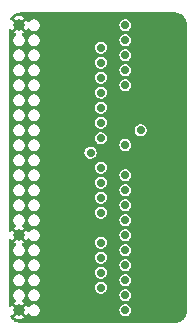
<source format=gbr>
G04 #@! TF.GenerationSoftware,KiCad,Pcbnew,7.0.6-0*
G04 #@! TF.CreationDate,2023-09-15T02:22:18-04:00*
G04 #@! TF.ProjectId,RAM Module,52414d20-4d6f-4647-956c-652e6b696361,1*
G04 #@! TF.SameCoordinates,Original*
G04 #@! TF.FileFunction,Copper,L3,Inr*
G04 #@! TF.FilePolarity,Positive*
%FSLAX46Y46*%
G04 Gerber Fmt 4.6, Leading zero omitted, Abs format (unit mm)*
G04 Created by KiCad (PCBNEW 7.0.6-0) date 2023-09-15 02:22:18*
%MOMM*%
%LPD*%
G01*
G04 APERTURE LIST*
G04 #@! TA.AperFunction,ComponentPad*
%ADD10C,1.000000*%
G04 #@! TD*
G04 #@! TA.AperFunction,ViaPad*
%ADD11C,0.700000*%
G04 #@! TD*
G04 APERTURE END LIST*
D10*
X143460000Y-86950000D03*
X143460000Y-104730000D03*
X143460000Y-111080000D03*
D11*
X152460000Y-104730000D03*
X152460000Y-111080000D03*
X152460000Y-86950000D03*
X152460000Y-109810000D03*
X152460000Y-108540000D03*
X152460000Y-107270000D03*
X152460000Y-106000000D03*
X152460000Y-103460000D03*
X152460000Y-102190000D03*
X152460000Y-100920000D03*
X152460000Y-99650000D03*
X152460000Y-97100000D03*
X153750000Y-95840000D03*
X152460000Y-92030000D03*
X152460000Y-90760000D03*
X152460000Y-89490000D03*
X152460000Y-88220000D03*
X152460000Y-93300000D03*
X150380000Y-104100000D03*
X150380000Y-87580000D03*
X150380000Y-110450000D03*
X150380000Y-88850000D03*
X150380000Y-90120000D03*
X150380000Y-91390000D03*
X150380000Y-92660000D03*
X150380000Y-93940000D03*
X150380000Y-95210000D03*
X150380000Y-96520000D03*
X149510000Y-97750000D03*
X150380000Y-99010000D03*
X150380000Y-100280000D03*
X150380000Y-101550000D03*
X150380000Y-102820000D03*
X150380000Y-105360000D03*
X150380000Y-106630000D03*
X150380000Y-107900000D03*
X150380000Y-109170000D03*
G04 #@! TA.AperFunction,Conductor*
G36*
X156662138Y-85870610D02*
G01*
X156705478Y-85874401D01*
X156833817Y-85887043D01*
X156849734Y-85889939D01*
X156857776Y-85892093D01*
X156918335Y-85908320D01*
X157013296Y-85937126D01*
X157026389Y-85942136D01*
X157095714Y-85974463D01*
X157098124Y-85975668D01*
X157183057Y-86021066D01*
X157188098Y-86024163D01*
X157218543Y-86045481D01*
X157255248Y-86071183D01*
X157258259Y-86073467D01*
X157331338Y-86133440D01*
X157334940Y-86136705D01*
X157393295Y-86195060D01*
X157396560Y-86198662D01*
X157456527Y-86271733D01*
X157458812Y-86274745D01*
X157505833Y-86341897D01*
X157508943Y-86346960D01*
X157554330Y-86431873D01*
X157555537Y-86434288D01*
X157587862Y-86503609D01*
X157592875Y-86516710D01*
X157621685Y-86611685D01*
X157640059Y-86680264D01*
X157642955Y-86696181D01*
X157655608Y-86824640D01*
X157659387Y-86867832D01*
X157659576Y-86872148D01*
X157659576Y-86895679D01*
X157661196Y-86898859D01*
X157662415Y-86914346D01*
X157662415Y-111160673D01*
X157662226Y-111164992D01*
X157658437Y-111208283D01*
X157645788Y-111336654D01*
X157642891Y-111352570D01*
X157624510Y-111421169D01*
X157595702Y-111516125D01*
X157590689Y-111529226D01*
X157558366Y-111598538D01*
X157557159Y-111600952D01*
X157511773Y-111685860D01*
X157508664Y-111690922D01*
X157461629Y-111758095D01*
X157459344Y-111761106D01*
X157399389Y-111834161D01*
X157396125Y-111837762D01*
X157337767Y-111896120D01*
X157334166Y-111899384D01*
X157261095Y-111959352D01*
X157258084Y-111961636D01*
X157190925Y-112008663D01*
X157185863Y-112011773D01*
X157100970Y-112057151D01*
X157098555Y-112058358D01*
X157029219Y-112090692D01*
X157016118Y-112095704D01*
X156921184Y-112124505D01*
X156852571Y-112142892D01*
X156836652Y-112145789D01*
X156708284Y-112158437D01*
X156664994Y-112162226D01*
X156660675Y-112162415D01*
X143589326Y-112162415D01*
X143585007Y-112162226D01*
X143541715Y-112158437D01*
X143413344Y-112145788D01*
X143397428Y-112142891D01*
X143328830Y-112124510D01*
X143233873Y-112095702D01*
X143220772Y-112090689D01*
X143151460Y-112058366D01*
X143149046Y-112057159D01*
X143064138Y-112011773D01*
X143059076Y-112008664D01*
X142991903Y-111961629D01*
X142988892Y-111959344D01*
X142915837Y-111899389D01*
X142912236Y-111896125D01*
X142853878Y-111837767D01*
X142850614Y-111834166D01*
X142790646Y-111761095D01*
X142788362Y-111758084D01*
X142741335Y-111690924D01*
X142738230Y-111685871D01*
X142723054Y-111657479D01*
X142712298Y-111597247D01*
X142739000Y-111542195D01*
X142792960Y-111513353D01*
X142821448Y-111512433D01*
X142847817Y-111515404D01*
X143159259Y-111203960D01*
X143174199Y-111245007D01*
X143247871Y-111332805D01*
X143334154Y-111382621D01*
X143024594Y-111692182D01*
X143132526Y-111760002D01*
X143132533Y-111760005D01*
X143292046Y-111815821D01*
X143292050Y-111815822D01*
X143460000Y-111834745D01*
X143627949Y-111815822D01*
X143627953Y-111815821D01*
X143787467Y-111760004D01*
X143787471Y-111760003D01*
X143895403Y-111692181D01*
X143585843Y-111382621D01*
X143672129Y-111332805D01*
X143745801Y-111245007D01*
X143760739Y-111203961D01*
X144072181Y-111515403D01*
X144140003Y-111407471D01*
X144140003Y-111407470D01*
X144151714Y-111374002D01*
X144188779Y-111325321D01*
X144247379Y-111307723D01*
X144305131Y-111327930D01*
X144328443Y-111353175D01*
X144359306Y-111401200D01*
X144359310Y-111401205D01*
X144464819Y-111492629D01*
X144591812Y-111550625D01*
X144591815Y-111550625D01*
X144591817Y-111550626D01*
X144695267Y-111565500D01*
X144695272Y-111565500D01*
X144764733Y-111565500D01*
X144868182Y-111550626D01*
X144868182Y-111550625D01*
X144868188Y-111550625D01*
X144995181Y-111492629D01*
X145100690Y-111401205D01*
X145176168Y-111283758D01*
X145215500Y-111149804D01*
X145215500Y-111080002D01*
X151944250Y-111080002D01*
X151965139Y-111225300D01*
X151965141Y-111225304D01*
X152026123Y-111358836D01*
X152122256Y-111469778D01*
X152245750Y-111549143D01*
X152354333Y-111581025D01*
X152386597Y-111590499D01*
X152386598Y-111590499D01*
X152386601Y-111590500D01*
X152386603Y-111590500D01*
X152533397Y-111590500D01*
X152533399Y-111590500D01*
X152674250Y-111549143D01*
X152797744Y-111469778D01*
X152893877Y-111358836D01*
X152954859Y-111225304D01*
X152957307Y-111208283D01*
X152975750Y-111080002D01*
X152975750Y-111079997D01*
X152954860Y-110934699D01*
X152954859Y-110934696D01*
X152893877Y-110801164D01*
X152797744Y-110690222D01*
X152674250Y-110610857D01*
X152669203Y-110609375D01*
X152533402Y-110569500D01*
X152533399Y-110569500D01*
X152386601Y-110569500D01*
X152386597Y-110569500D01*
X152245752Y-110610856D01*
X152245749Y-110610857D01*
X152122256Y-110690222D01*
X152026123Y-110801164D01*
X151965139Y-110934699D01*
X151944250Y-111079997D01*
X151944250Y-111080002D01*
X145215500Y-111080002D01*
X145215500Y-111010196D01*
X145176168Y-110876242D01*
X145100690Y-110758795D01*
X144995181Y-110667371D01*
X144868188Y-110609375D01*
X144868186Y-110609374D01*
X144868185Y-110609374D01*
X144868182Y-110609373D01*
X144764733Y-110594500D01*
X144764728Y-110594500D01*
X144695272Y-110594500D01*
X144695267Y-110594500D01*
X144591817Y-110609373D01*
X144591814Y-110609374D01*
X144591811Y-110609375D01*
X144591812Y-110609375D01*
X144514694Y-110644594D01*
X144464817Y-110667372D01*
X144359311Y-110758794D01*
X144359309Y-110758796D01*
X144328443Y-110806825D01*
X144281077Y-110845556D01*
X144219991Y-110849048D01*
X144168519Y-110815969D01*
X144151714Y-110785998D01*
X144140002Y-110752528D01*
X144140002Y-110752526D01*
X144072182Y-110644594D01*
X143760739Y-110956036D01*
X143745801Y-110914993D01*
X143672129Y-110827195D01*
X143585842Y-110777377D01*
X143895404Y-110467816D01*
X143787475Y-110399999D01*
X143787468Y-110399995D01*
X143758503Y-110389860D01*
X143709823Y-110352794D01*
X143692227Y-110294193D01*
X143712436Y-110236441D01*
X143726366Y-110221601D01*
X143830690Y-110131205D01*
X143906168Y-110013758D01*
X143945499Y-109879807D01*
X144244500Y-109879807D01*
X144283831Y-110013755D01*
X144283834Y-110013762D01*
X144332081Y-110088835D01*
X144359310Y-110131205D01*
X144464819Y-110222629D01*
X144591812Y-110280625D01*
X144591815Y-110280625D01*
X144591817Y-110280626D01*
X144695267Y-110295500D01*
X144695272Y-110295500D01*
X144764733Y-110295500D01*
X144868182Y-110280626D01*
X144868182Y-110280625D01*
X144868188Y-110280625D01*
X144995181Y-110222629D01*
X145100690Y-110131205D01*
X145176168Y-110013758D01*
X145215500Y-109879804D01*
X145215500Y-109810002D01*
X151944250Y-109810002D01*
X151965139Y-109955300D01*
X151965141Y-109955304D01*
X152026123Y-110088836D01*
X152122256Y-110199778D01*
X152245750Y-110279143D01*
X152354333Y-110311025D01*
X152386597Y-110320499D01*
X152386598Y-110320499D01*
X152386601Y-110320500D01*
X152386603Y-110320500D01*
X152533397Y-110320500D01*
X152533399Y-110320500D01*
X152674250Y-110279143D01*
X152797744Y-110199778D01*
X152893877Y-110088836D01*
X152954859Y-109955304D01*
X152965715Y-109879801D01*
X152975750Y-109810002D01*
X152975750Y-109809997D01*
X152954860Y-109664699D01*
X152943189Y-109639143D01*
X152893877Y-109531164D01*
X152797744Y-109420222D01*
X152674250Y-109340857D01*
X152669203Y-109339375D01*
X152533402Y-109299500D01*
X152533399Y-109299500D01*
X152386601Y-109299500D01*
X152386597Y-109299500D01*
X152245752Y-109340856D01*
X152245749Y-109340857D01*
X152122256Y-109420222D01*
X152026123Y-109531164D01*
X151965139Y-109664699D01*
X151944250Y-109809997D01*
X151944250Y-109810002D01*
X145215500Y-109810002D01*
X145215500Y-109740196D01*
X145176168Y-109606242D01*
X145100690Y-109488795D01*
X144995181Y-109397371D01*
X144868188Y-109339375D01*
X144868186Y-109339374D01*
X144868185Y-109339374D01*
X144868182Y-109339373D01*
X144764733Y-109324500D01*
X144764728Y-109324500D01*
X144695272Y-109324500D01*
X144695267Y-109324500D01*
X144591817Y-109339373D01*
X144591814Y-109339374D01*
X144464817Y-109397372D01*
X144359311Y-109488794D01*
X144359307Y-109488799D01*
X144283834Y-109606237D01*
X144283831Y-109606244D01*
X144244500Y-109740192D01*
X144244500Y-109879807D01*
X143945499Y-109879807D01*
X143945500Y-109879804D01*
X143945500Y-109740196D01*
X143906168Y-109606242D01*
X143830690Y-109488795D01*
X143725181Y-109397371D01*
X143598188Y-109339375D01*
X143598186Y-109339374D01*
X143598185Y-109339374D01*
X143598182Y-109339373D01*
X143494733Y-109324500D01*
X143494728Y-109324500D01*
X143425272Y-109324500D01*
X143425267Y-109324500D01*
X143321817Y-109339373D01*
X143321814Y-109339374D01*
X143194817Y-109397372D01*
X143089311Y-109488794D01*
X143089307Y-109488799D01*
X143013834Y-109606237D01*
X143013831Y-109606244D01*
X142974500Y-109740192D01*
X142974500Y-109879807D01*
X143013831Y-110013755D01*
X143013834Y-110013762D01*
X143062081Y-110088835D01*
X143089310Y-110131205D01*
X143168448Y-110199778D01*
X143193628Y-110221597D01*
X143225224Y-110273993D01*
X143219988Y-110334954D01*
X143179920Y-110381195D01*
X143161497Y-110389860D01*
X143132523Y-110399999D01*
X143024594Y-110467816D01*
X143334156Y-110777378D01*
X143247871Y-110827195D01*
X143174199Y-110914993D01*
X143159260Y-110956038D01*
X142847816Y-110644594D01*
X142779999Y-110752522D01*
X142778698Y-110755226D01*
X142777539Y-110756437D01*
X142777038Y-110757236D01*
X142776874Y-110757133D01*
X142736417Y-110799452D01*
X142676215Y-110810380D01*
X142621088Y-110783835D01*
X142592092Y-110729956D01*
X142590500Y-110712275D01*
X142590500Y-109170002D01*
X149864250Y-109170002D01*
X149885139Y-109315300D01*
X149885141Y-109315304D01*
X149946123Y-109448836D01*
X150042256Y-109559778D01*
X150165750Y-109639143D01*
X150252777Y-109664696D01*
X150306597Y-109680499D01*
X150306598Y-109680499D01*
X150306601Y-109680500D01*
X150306603Y-109680500D01*
X150453397Y-109680500D01*
X150453399Y-109680500D01*
X150594250Y-109639143D01*
X150717744Y-109559778D01*
X150813877Y-109448836D01*
X150874859Y-109315304D01*
X150877132Y-109299500D01*
X150895750Y-109170002D01*
X150895750Y-109169997D01*
X150874860Y-109024699D01*
X150867756Y-109009143D01*
X150813877Y-108891164D01*
X150717744Y-108780222D01*
X150594250Y-108700857D01*
X150594247Y-108700856D01*
X150453402Y-108659500D01*
X150453399Y-108659500D01*
X150306601Y-108659500D01*
X150306597Y-108659500D01*
X150165752Y-108700856D01*
X150165749Y-108700857D01*
X150042256Y-108780222D01*
X149946123Y-108891164D01*
X149885139Y-109024699D01*
X149864250Y-109169997D01*
X149864250Y-109170002D01*
X142590500Y-109170002D01*
X142590500Y-108609807D01*
X142974500Y-108609807D01*
X143013831Y-108743755D01*
X143013834Y-108743762D01*
X143062081Y-108818835D01*
X143089310Y-108861205D01*
X143194819Y-108952629D01*
X143321812Y-109010625D01*
X143321815Y-109010625D01*
X143321817Y-109010626D01*
X143425267Y-109025500D01*
X143425272Y-109025500D01*
X143494733Y-109025500D01*
X143598182Y-109010626D01*
X143598182Y-109010625D01*
X143598188Y-109010625D01*
X143725181Y-108952629D01*
X143830690Y-108861205D01*
X143906168Y-108743758D01*
X143945499Y-108609807D01*
X144244500Y-108609807D01*
X144283831Y-108743755D01*
X144283834Y-108743762D01*
X144332081Y-108818835D01*
X144359310Y-108861205D01*
X144464819Y-108952629D01*
X144591812Y-109010625D01*
X144591815Y-109010625D01*
X144591817Y-109010626D01*
X144695267Y-109025500D01*
X144695272Y-109025500D01*
X144764733Y-109025500D01*
X144868182Y-109010626D01*
X144868182Y-109010625D01*
X144868188Y-109010625D01*
X144995181Y-108952629D01*
X145100690Y-108861205D01*
X145176168Y-108743758D01*
X145215500Y-108609804D01*
X145215500Y-108540002D01*
X151944250Y-108540002D01*
X151965139Y-108685300D01*
X151965141Y-108685304D01*
X152026123Y-108818836D01*
X152122256Y-108929778D01*
X152245750Y-109009143D01*
X152354333Y-109041025D01*
X152386597Y-109050499D01*
X152386598Y-109050499D01*
X152386601Y-109050500D01*
X152386603Y-109050500D01*
X152533397Y-109050500D01*
X152533399Y-109050500D01*
X152674250Y-109009143D01*
X152797744Y-108929778D01*
X152893877Y-108818836D01*
X152954859Y-108685304D01*
X152965715Y-108609801D01*
X152975750Y-108540002D01*
X152975750Y-108539997D01*
X152954860Y-108394699D01*
X152943189Y-108369143D01*
X152893877Y-108261164D01*
X152797744Y-108150222D01*
X152674250Y-108070857D01*
X152669203Y-108069375D01*
X152533402Y-108029500D01*
X152533399Y-108029500D01*
X152386601Y-108029500D01*
X152386597Y-108029500D01*
X152245752Y-108070856D01*
X152245749Y-108070857D01*
X152122256Y-108150222D01*
X152026123Y-108261164D01*
X151965139Y-108394699D01*
X151944250Y-108539997D01*
X151944250Y-108540002D01*
X145215500Y-108540002D01*
X145215500Y-108470196D01*
X145176168Y-108336242D01*
X145100690Y-108218795D01*
X144995181Y-108127371D01*
X144868188Y-108069375D01*
X144868186Y-108069374D01*
X144868185Y-108069374D01*
X144868182Y-108069373D01*
X144764733Y-108054500D01*
X144764728Y-108054500D01*
X144695272Y-108054500D01*
X144695267Y-108054500D01*
X144591817Y-108069373D01*
X144591814Y-108069374D01*
X144464817Y-108127372D01*
X144359311Y-108218794D01*
X144359307Y-108218799D01*
X144283834Y-108336237D01*
X144283831Y-108336244D01*
X144244500Y-108470192D01*
X144244500Y-108609807D01*
X143945499Y-108609807D01*
X143945500Y-108609804D01*
X143945500Y-108470196D01*
X143906168Y-108336242D01*
X143830690Y-108218795D01*
X143725181Y-108127371D01*
X143598188Y-108069375D01*
X143598186Y-108069374D01*
X143598185Y-108069374D01*
X143598182Y-108069373D01*
X143494733Y-108054500D01*
X143494728Y-108054500D01*
X143425272Y-108054500D01*
X143425267Y-108054500D01*
X143321817Y-108069373D01*
X143321814Y-108069374D01*
X143194817Y-108127372D01*
X143089311Y-108218794D01*
X143089307Y-108218799D01*
X143013834Y-108336237D01*
X143013831Y-108336244D01*
X142974500Y-108470192D01*
X142974500Y-108609807D01*
X142590500Y-108609807D01*
X142590500Y-107900002D01*
X149864250Y-107900002D01*
X149885139Y-108045300D01*
X149885141Y-108045304D01*
X149946123Y-108178836D01*
X150042256Y-108289778D01*
X150165750Y-108369143D01*
X150252777Y-108394696D01*
X150306597Y-108410499D01*
X150306598Y-108410499D01*
X150306601Y-108410500D01*
X150306603Y-108410500D01*
X150453397Y-108410500D01*
X150453399Y-108410500D01*
X150594250Y-108369143D01*
X150717744Y-108289778D01*
X150813877Y-108178836D01*
X150874859Y-108045304D01*
X150877132Y-108029500D01*
X150895750Y-107900002D01*
X150895750Y-107899997D01*
X150874860Y-107754699D01*
X150867756Y-107739143D01*
X150813877Y-107621164D01*
X150717744Y-107510222D01*
X150594250Y-107430857D01*
X150594247Y-107430856D01*
X150453402Y-107389500D01*
X150453399Y-107389500D01*
X150306601Y-107389500D01*
X150306597Y-107389500D01*
X150165752Y-107430856D01*
X150165749Y-107430857D01*
X150042256Y-107510222D01*
X149946123Y-107621164D01*
X149885139Y-107754699D01*
X149864250Y-107899997D01*
X149864250Y-107900002D01*
X142590500Y-107900002D01*
X142590500Y-107339807D01*
X142974500Y-107339807D01*
X143013831Y-107473755D01*
X143013834Y-107473762D01*
X143062081Y-107548835D01*
X143089310Y-107591205D01*
X143194819Y-107682629D01*
X143321812Y-107740625D01*
X143321815Y-107740625D01*
X143321817Y-107740626D01*
X143425267Y-107755500D01*
X143425272Y-107755500D01*
X143494733Y-107755500D01*
X143598182Y-107740626D01*
X143598182Y-107740625D01*
X143598188Y-107740625D01*
X143725181Y-107682629D01*
X143830690Y-107591205D01*
X143906168Y-107473758D01*
X143945499Y-107339807D01*
X144244500Y-107339807D01*
X144283831Y-107473755D01*
X144283834Y-107473762D01*
X144332081Y-107548835D01*
X144359310Y-107591205D01*
X144464819Y-107682629D01*
X144591812Y-107740625D01*
X144591815Y-107740625D01*
X144591817Y-107740626D01*
X144695267Y-107755500D01*
X144695272Y-107755500D01*
X144764733Y-107755500D01*
X144868182Y-107740626D01*
X144868182Y-107740625D01*
X144868188Y-107740625D01*
X144995181Y-107682629D01*
X145100690Y-107591205D01*
X145176168Y-107473758D01*
X145215500Y-107339804D01*
X145215500Y-107270002D01*
X151944250Y-107270002D01*
X151965139Y-107415300D01*
X151965141Y-107415304D01*
X152026123Y-107548836D01*
X152122256Y-107659778D01*
X152245750Y-107739143D01*
X152354333Y-107771025D01*
X152386597Y-107780499D01*
X152386598Y-107780499D01*
X152386601Y-107780500D01*
X152386603Y-107780500D01*
X152533397Y-107780500D01*
X152533399Y-107780500D01*
X152674250Y-107739143D01*
X152797744Y-107659778D01*
X152893877Y-107548836D01*
X152954859Y-107415304D01*
X152965715Y-107339801D01*
X152975750Y-107270002D01*
X152975750Y-107269997D01*
X152954860Y-107124699D01*
X152943189Y-107099143D01*
X152893877Y-106991164D01*
X152797744Y-106880222D01*
X152674250Y-106800857D01*
X152669203Y-106799375D01*
X152533402Y-106759500D01*
X152533399Y-106759500D01*
X152386601Y-106759500D01*
X152386597Y-106759500D01*
X152245752Y-106800856D01*
X152245749Y-106800857D01*
X152122256Y-106880222D01*
X152026123Y-106991164D01*
X151965139Y-107124699D01*
X151944250Y-107269997D01*
X151944250Y-107270002D01*
X145215500Y-107270002D01*
X145215500Y-107200196D01*
X145176168Y-107066242D01*
X145100690Y-106948795D01*
X144995181Y-106857371D01*
X144868188Y-106799375D01*
X144868186Y-106799374D01*
X144868185Y-106799374D01*
X144868182Y-106799373D01*
X144764733Y-106784500D01*
X144764728Y-106784500D01*
X144695272Y-106784500D01*
X144695267Y-106784500D01*
X144591817Y-106799373D01*
X144591814Y-106799374D01*
X144464817Y-106857372D01*
X144359311Y-106948794D01*
X144359307Y-106948799D01*
X144283834Y-107066237D01*
X144283831Y-107066244D01*
X144244500Y-107200192D01*
X144244500Y-107339807D01*
X143945499Y-107339807D01*
X143945500Y-107339804D01*
X143945500Y-107200196D01*
X143906168Y-107066242D01*
X143830690Y-106948795D01*
X143725181Y-106857371D01*
X143598188Y-106799375D01*
X143598186Y-106799374D01*
X143598185Y-106799374D01*
X143598182Y-106799373D01*
X143494733Y-106784500D01*
X143494728Y-106784500D01*
X143425272Y-106784500D01*
X143425267Y-106784500D01*
X143321817Y-106799373D01*
X143321814Y-106799374D01*
X143194817Y-106857372D01*
X143089311Y-106948794D01*
X143089307Y-106948799D01*
X143013834Y-107066237D01*
X143013831Y-107066244D01*
X142974500Y-107200192D01*
X142974500Y-107339807D01*
X142590500Y-107339807D01*
X142590500Y-106630002D01*
X149864250Y-106630002D01*
X149885139Y-106775300D01*
X149885141Y-106775304D01*
X149946123Y-106908836D01*
X150042256Y-107019778D01*
X150165750Y-107099143D01*
X150252777Y-107124696D01*
X150306597Y-107140499D01*
X150306598Y-107140499D01*
X150306601Y-107140500D01*
X150306603Y-107140500D01*
X150453397Y-107140500D01*
X150453399Y-107140500D01*
X150594250Y-107099143D01*
X150717744Y-107019778D01*
X150813877Y-106908836D01*
X150874859Y-106775304D01*
X150877132Y-106759500D01*
X150895750Y-106630002D01*
X150895750Y-106629997D01*
X150874860Y-106484699D01*
X150867756Y-106469143D01*
X150813877Y-106351164D01*
X150717744Y-106240222D01*
X150594250Y-106160857D01*
X150594247Y-106160856D01*
X150453402Y-106119500D01*
X150453399Y-106119500D01*
X150306601Y-106119500D01*
X150306597Y-106119500D01*
X150165752Y-106160856D01*
X150165749Y-106160857D01*
X150042256Y-106240222D01*
X149946123Y-106351164D01*
X149885139Y-106484699D01*
X149864250Y-106629997D01*
X149864250Y-106630002D01*
X142590500Y-106630002D01*
X142590500Y-105097723D01*
X142609407Y-105039532D01*
X142658907Y-105003568D01*
X142720093Y-105003568D01*
X142769593Y-105039532D01*
X142778698Y-105054772D01*
X142780000Y-105057477D01*
X142847816Y-105165404D01*
X143159259Y-104853960D01*
X143174199Y-104895007D01*
X143247871Y-104982805D01*
X143334154Y-105032621D01*
X143024594Y-105342182D01*
X143132527Y-105410002D01*
X143161494Y-105420138D01*
X143210175Y-105457203D01*
X143227772Y-105515803D01*
X143207564Y-105573556D01*
X143193629Y-105588402D01*
X143089308Y-105678797D01*
X143089307Y-105678799D01*
X143013834Y-105796237D01*
X143013831Y-105796244D01*
X142974500Y-105930192D01*
X142974500Y-106069807D01*
X143013831Y-106203755D01*
X143013834Y-106203762D01*
X143062081Y-106278835D01*
X143089310Y-106321205D01*
X143194819Y-106412629D01*
X143321812Y-106470625D01*
X143321815Y-106470625D01*
X143321817Y-106470626D01*
X143425267Y-106485500D01*
X143425272Y-106485500D01*
X143494733Y-106485500D01*
X143598182Y-106470626D01*
X143598182Y-106470625D01*
X143598188Y-106470625D01*
X143725181Y-106412629D01*
X143830690Y-106321205D01*
X143906168Y-106203758D01*
X143945499Y-106069807D01*
X144244500Y-106069807D01*
X144283831Y-106203755D01*
X144283834Y-106203762D01*
X144332081Y-106278835D01*
X144359310Y-106321205D01*
X144464819Y-106412629D01*
X144591812Y-106470625D01*
X144591815Y-106470625D01*
X144591817Y-106470626D01*
X144695267Y-106485500D01*
X144695272Y-106485500D01*
X144764733Y-106485500D01*
X144868182Y-106470626D01*
X144868182Y-106470625D01*
X144868188Y-106470625D01*
X144995181Y-106412629D01*
X145100690Y-106321205D01*
X145176168Y-106203758D01*
X145215500Y-106069804D01*
X145215500Y-106000002D01*
X151944250Y-106000002D01*
X151965139Y-106145300D01*
X151965141Y-106145304D01*
X152026123Y-106278836D01*
X152122256Y-106389778D01*
X152245750Y-106469143D01*
X152354333Y-106501025D01*
X152386597Y-106510499D01*
X152386598Y-106510499D01*
X152386601Y-106510500D01*
X152386603Y-106510500D01*
X152533397Y-106510500D01*
X152533399Y-106510500D01*
X152674250Y-106469143D01*
X152797744Y-106389778D01*
X152893877Y-106278836D01*
X152954859Y-106145304D01*
X152965715Y-106069801D01*
X152975750Y-106000002D01*
X152975750Y-105999997D01*
X152954860Y-105854699D01*
X152943189Y-105829143D01*
X152893877Y-105721164D01*
X152797744Y-105610222D01*
X152674250Y-105530857D01*
X152669203Y-105529375D01*
X152533402Y-105489500D01*
X152533399Y-105489500D01*
X152386601Y-105489500D01*
X152386597Y-105489500D01*
X152245752Y-105530856D01*
X152245749Y-105530857D01*
X152122256Y-105610222D01*
X152026123Y-105721164D01*
X151965139Y-105854699D01*
X151944250Y-105999997D01*
X151944250Y-106000002D01*
X145215500Y-106000002D01*
X145215500Y-105930196D01*
X145176168Y-105796242D01*
X145100690Y-105678795D01*
X144995181Y-105587371D01*
X144868188Y-105529375D01*
X144868186Y-105529374D01*
X144868185Y-105529374D01*
X144868182Y-105529373D01*
X144764733Y-105514500D01*
X144764728Y-105514500D01*
X144695272Y-105514500D01*
X144695267Y-105514500D01*
X144591817Y-105529373D01*
X144591814Y-105529374D01*
X144464817Y-105587372D01*
X144359311Y-105678794D01*
X144359307Y-105678799D01*
X144283834Y-105796237D01*
X144283831Y-105796244D01*
X144244500Y-105930192D01*
X144244500Y-106069807D01*
X143945499Y-106069807D01*
X143945500Y-106069804D01*
X143945500Y-105930196D01*
X143906168Y-105796242D01*
X143830690Y-105678795D01*
X143726371Y-105588402D01*
X143694775Y-105536006D01*
X143700011Y-105475045D01*
X143740079Y-105428804D01*
X143758506Y-105420138D01*
X143787470Y-105410003D01*
X143787471Y-105410003D01*
X143867043Y-105360002D01*
X149864250Y-105360002D01*
X149885139Y-105505300D01*
X149885141Y-105505304D01*
X149946123Y-105638836D01*
X150042256Y-105749778D01*
X150165750Y-105829143D01*
X150252777Y-105854696D01*
X150306597Y-105870499D01*
X150306598Y-105870499D01*
X150306601Y-105870500D01*
X150306603Y-105870500D01*
X150453397Y-105870500D01*
X150453399Y-105870500D01*
X150594250Y-105829143D01*
X150717744Y-105749778D01*
X150813877Y-105638836D01*
X150874859Y-105505304D01*
X150877132Y-105489500D01*
X150895750Y-105360002D01*
X150895750Y-105359997D01*
X150874860Y-105214699D01*
X150867756Y-105199143D01*
X150813877Y-105081164D01*
X150717744Y-104970222D01*
X150594250Y-104890857D01*
X150594247Y-104890856D01*
X150453402Y-104849500D01*
X150453399Y-104849500D01*
X150306601Y-104849500D01*
X150306597Y-104849500D01*
X150165752Y-104890856D01*
X150165749Y-104890857D01*
X150042256Y-104970222D01*
X149946123Y-105081164D01*
X149885139Y-105214699D01*
X149864250Y-105359997D01*
X149864250Y-105360002D01*
X143867043Y-105360002D01*
X143895403Y-105342181D01*
X143585843Y-105032621D01*
X143672129Y-104982805D01*
X143745801Y-104895007D01*
X143760739Y-104853961D01*
X144072181Y-105165403D01*
X144140003Y-105057471D01*
X144140003Y-105057470D01*
X144151714Y-105024002D01*
X144188779Y-104975321D01*
X144247379Y-104957723D01*
X144305131Y-104977930D01*
X144328443Y-105003175D01*
X144359306Y-105051200D01*
X144359310Y-105051205D01*
X144464819Y-105142629D01*
X144591812Y-105200625D01*
X144591815Y-105200625D01*
X144591817Y-105200626D01*
X144695267Y-105215500D01*
X144695272Y-105215500D01*
X144764733Y-105215500D01*
X144868182Y-105200626D01*
X144868182Y-105200625D01*
X144868188Y-105200625D01*
X144995181Y-105142629D01*
X145100690Y-105051205D01*
X145176168Y-104933758D01*
X145215500Y-104799804D01*
X145215500Y-104730002D01*
X151944250Y-104730002D01*
X151965139Y-104875300D01*
X151965141Y-104875304D01*
X152026123Y-105008836D01*
X152122256Y-105119778D01*
X152245750Y-105199143D01*
X152354333Y-105231025D01*
X152386597Y-105240499D01*
X152386598Y-105240499D01*
X152386601Y-105240500D01*
X152386603Y-105240500D01*
X152533397Y-105240500D01*
X152533399Y-105240500D01*
X152674250Y-105199143D01*
X152797744Y-105119778D01*
X152893877Y-105008836D01*
X152954859Y-104875304D01*
X152965715Y-104799801D01*
X152975750Y-104730002D01*
X152975750Y-104729997D01*
X152954860Y-104584699D01*
X152954859Y-104584696D01*
X152893877Y-104451164D01*
X152797744Y-104340222D01*
X152674250Y-104260857D01*
X152669203Y-104259375D01*
X152533402Y-104219500D01*
X152533399Y-104219500D01*
X152386601Y-104219500D01*
X152386597Y-104219500D01*
X152245752Y-104260856D01*
X152245749Y-104260857D01*
X152122256Y-104340222D01*
X152026123Y-104451164D01*
X151965139Y-104584699D01*
X151944250Y-104729997D01*
X151944250Y-104730002D01*
X145215500Y-104730002D01*
X145215500Y-104660196D01*
X145176168Y-104526242D01*
X145100690Y-104408795D01*
X144995181Y-104317371D01*
X144868188Y-104259375D01*
X144868186Y-104259374D01*
X144868185Y-104259374D01*
X144868182Y-104259373D01*
X144764733Y-104244500D01*
X144764728Y-104244500D01*
X144695272Y-104244500D01*
X144695267Y-104244500D01*
X144591817Y-104259373D01*
X144591814Y-104259374D01*
X144591811Y-104259375D01*
X144591812Y-104259375D01*
X144514694Y-104294594D01*
X144464817Y-104317372D01*
X144359311Y-104408794D01*
X144359309Y-104408796D01*
X144328443Y-104456825D01*
X144281077Y-104495556D01*
X144219991Y-104499048D01*
X144168519Y-104465969D01*
X144151714Y-104435998D01*
X144140002Y-104402528D01*
X144140002Y-104402526D01*
X144072182Y-104294594D01*
X143760739Y-104606036D01*
X143745801Y-104564993D01*
X143672129Y-104477195D01*
X143585842Y-104427377D01*
X143895404Y-104117816D01*
X143787475Y-104049999D01*
X143787468Y-104049995D01*
X143758503Y-104039860D01*
X143709823Y-104002794D01*
X143692227Y-103944193D01*
X143712436Y-103886441D01*
X143726366Y-103871601D01*
X143830690Y-103781205D01*
X143906168Y-103663758D01*
X143945499Y-103529807D01*
X144244500Y-103529807D01*
X144283831Y-103663755D01*
X144283834Y-103663762D01*
X144332081Y-103738835D01*
X144359310Y-103781205D01*
X144464819Y-103872629D01*
X144591812Y-103930625D01*
X144591815Y-103930625D01*
X144591817Y-103930626D01*
X144695267Y-103945500D01*
X144695272Y-103945500D01*
X144764733Y-103945500D01*
X144868182Y-103930626D01*
X144868182Y-103930625D01*
X144868188Y-103930625D01*
X144995181Y-103872629D01*
X145100690Y-103781205D01*
X145176168Y-103663758D01*
X145215500Y-103529804D01*
X145215500Y-103460002D01*
X151944250Y-103460002D01*
X151965139Y-103605300D01*
X151965141Y-103605304D01*
X152026123Y-103738836D01*
X152122256Y-103849778D01*
X152245750Y-103929143D01*
X152354333Y-103961025D01*
X152386597Y-103970499D01*
X152386598Y-103970499D01*
X152386601Y-103970500D01*
X152386603Y-103970500D01*
X152533397Y-103970500D01*
X152533399Y-103970500D01*
X152674250Y-103929143D01*
X152797744Y-103849778D01*
X152893877Y-103738836D01*
X152954859Y-103605304D01*
X152965715Y-103529801D01*
X152975750Y-103460002D01*
X152975750Y-103459997D01*
X152954860Y-103314699D01*
X152943189Y-103289143D01*
X152893877Y-103181164D01*
X152797744Y-103070222D01*
X152674250Y-102990857D01*
X152669203Y-102989375D01*
X152533402Y-102949500D01*
X152533399Y-102949500D01*
X152386601Y-102949500D01*
X152386597Y-102949500D01*
X152245752Y-102990856D01*
X152245749Y-102990857D01*
X152122256Y-103070222D01*
X152026123Y-103181164D01*
X151965139Y-103314699D01*
X151944250Y-103459997D01*
X151944250Y-103460002D01*
X145215500Y-103460002D01*
X145215500Y-103390196D01*
X145176168Y-103256242D01*
X145100690Y-103138795D01*
X144995181Y-103047371D01*
X144868188Y-102989375D01*
X144868186Y-102989374D01*
X144868185Y-102989374D01*
X144868182Y-102989373D01*
X144764733Y-102974500D01*
X144764728Y-102974500D01*
X144695272Y-102974500D01*
X144695267Y-102974500D01*
X144591817Y-102989373D01*
X144591814Y-102989374D01*
X144464817Y-103047372D01*
X144359311Y-103138794D01*
X144359307Y-103138799D01*
X144283834Y-103256237D01*
X144283831Y-103256244D01*
X144244500Y-103390192D01*
X144244500Y-103529807D01*
X143945499Y-103529807D01*
X143945500Y-103529804D01*
X143945500Y-103390196D01*
X143906168Y-103256242D01*
X143830690Y-103138795D01*
X143725181Y-103047371D01*
X143598188Y-102989375D01*
X143598186Y-102989374D01*
X143598185Y-102989374D01*
X143598182Y-102989373D01*
X143494733Y-102974500D01*
X143494728Y-102974500D01*
X143425272Y-102974500D01*
X143425267Y-102974500D01*
X143321817Y-102989373D01*
X143321814Y-102989374D01*
X143194817Y-103047372D01*
X143089311Y-103138794D01*
X143089307Y-103138799D01*
X143013834Y-103256237D01*
X143013831Y-103256244D01*
X142974500Y-103390192D01*
X142974500Y-103529807D01*
X143013831Y-103663755D01*
X143013834Y-103663762D01*
X143062081Y-103738835D01*
X143089310Y-103781205D01*
X143168448Y-103849778D01*
X143193628Y-103871597D01*
X143225224Y-103923993D01*
X143219988Y-103984954D01*
X143179920Y-104031195D01*
X143161497Y-104039860D01*
X143132523Y-104049999D01*
X143024594Y-104117816D01*
X143334156Y-104427378D01*
X143247871Y-104477195D01*
X143174199Y-104564993D01*
X143159260Y-104606038D01*
X142847816Y-104294594D01*
X142779999Y-104402522D01*
X142778698Y-104405226D01*
X142777539Y-104406437D01*
X142777038Y-104407236D01*
X142776874Y-104407133D01*
X142736417Y-104449452D01*
X142676215Y-104460380D01*
X142621088Y-104433835D01*
X142592092Y-104379956D01*
X142590500Y-104362275D01*
X142590500Y-102820002D01*
X149864250Y-102820002D01*
X149885139Y-102965300D01*
X149885141Y-102965304D01*
X149946123Y-103098836D01*
X150042256Y-103209778D01*
X150165750Y-103289143D01*
X150252777Y-103314696D01*
X150306597Y-103330499D01*
X150306598Y-103330499D01*
X150306601Y-103330500D01*
X150306603Y-103330500D01*
X150453397Y-103330500D01*
X150453399Y-103330500D01*
X150594250Y-103289143D01*
X150717744Y-103209778D01*
X150813877Y-103098836D01*
X150874859Y-102965304D01*
X150877132Y-102949500D01*
X150895750Y-102820002D01*
X150895750Y-102819997D01*
X150874860Y-102674699D01*
X150867756Y-102659143D01*
X150813877Y-102541164D01*
X150717744Y-102430222D01*
X150594250Y-102350857D01*
X150594247Y-102350856D01*
X150453402Y-102309500D01*
X150453399Y-102309500D01*
X150306601Y-102309500D01*
X150306597Y-102309500D01*
X150165752Y-102350856D01*
X150165749Y-102350857D01*
X150042256Y-102430222D01*
X149946123Y-102541164D01*
X149885139Y-102674699D01*
X149864250Y-102819997D01*
X149864250Y-102820002D01*
X142590500Y-102820002D01*
X142590500Y-102259807D01*
X142974500Y-102259807D01*
X143013831Y-102393755D01*
X143013834Y-102393762D01*
X143062081Y-102468835D01*
X143089310Y-102511205D01*
X143194819Y-102602629D01*
X143321812Y-102660625D01*
X143321815Y-102660625D01*
X143321817Y-102660626D01*
X143425267Y-102675500D01*
X143425272Y-102675500D01*
X143494733Y-102675500D01*
X143598182Y-102660626D01*
X143598182Y-102660625D01*
X143598188Y-102660625D01*
X143725181Y-102602629D01*
X143830690Y-102511205D01*
X143906168Y-102393758D01*
X143945499Y-102259807D01*
X144244500Y-102259807D01*
X144283831Y-102393755D01*
X144283834Y-102393762D01*
X144332081Y-102468835D01*
X144359310Y-102511205D01*
X144464819Y-102602629D01*
X144591812Y-102660625D01*
X144591815Y-102660625D01*
X144591817Y-102660626D01*
X144695267Y-102675500D01*
X144695272Y-102675500D01*
X144764733Y-102675500D01*
X144868182Y-102660626D01*
X144868182Y-102660625D01*
X144868188Y-102660625D01*
X144995181Y-102602629D01*
X145100690Y-102511205D01*
X145176168Y-102393758D01*
X145215500Y-102259804D01*
X145215500Y-102190002D01*
X151944250Y-102190002D01*
X151965139Y-102335300D01*
X151965141Y-102335304D01*
X152026123Y-102468836D01*
X152122256Y-102579778D01*
X152245750Y-102659143D01*
X152354333Y-102691025D01*
X152386597Y-102700499D01*
X152386598Y-102700499D01*
X152386601Y-102700500D01*
X152386603Y-102700500D01*
X152533397Y-102700500D01*
X152533399Y-102700500D01*
X152674250Y-102659143D01*
X152797744Y-102579778D01*
X152893877Y-102468836D01*
X152954859Y-102335304D01*
X152965715Y-102259801D01*
X152975750Y-102190002D01*
X152975750Y-102189997D01*
X152954860Y-102044699D01*
X152943189Y-102019143D01*
X152893877Y-101911164D01*
X152797744Y-101800222D01*
X152674250Y-101720857D01*
X152669203Y-101719375D01*
X152533402Y-101679500D01*
X152533399Y-101679500D01*
X152386601Y-101679500D01*
X152386597Y-101679500D01*
X152245752Y-101720856D01*
X152245749Y-101720857D01*
X152122256Y-101800222D01*
X152026123Y-101911164D01*
X151965139Y-102044699D01*
X151944250Y-102189997D01*
X151944250Y-102190002D01*
X145215500Y-102190002D01*
X145215500Y-102120196D01*
X145176168Y-101986242D01*
X145100690Y-101868795D01*
X144995181Y-101777371D01*
X144868188Y-101719375D01*
X144868186Y-101719374D01*
X144868185Y-101719374D01*
X144868182Y-101719373D01*
X144764733Y-101704500D01*
X144764728Y-101704500D01*
X144695272Y-101704500D01*
X144695267Y-101704500D01*
X144591817Y-101719373D01*
X144591814Y-101719374D01*
X144464817Y-101777372D01*
X144359311Y-101868794D01*
X144359307Y-101868799D01*
X144283834Y-101986237D01*
X144283831Y-101986244D01*
X144244500Y-102120192D01*
X144244500Y-102259807D01*
X143945499Y-102259807D01*
X143945500Y-102259804D01*
X143945500Y-102120196D01*
X143906168Y-101986242D01*
X143830690Y-101868795D01*
X143725181Y-101777371D01*
X143598188Y-101719375D01*
X143598186Y-101719374D01*
X143598185Y-101719374D01*
X143598182Y-101719373D01*
X143494733Y-101704500D01*
X143494728Y-101704500D01*
X143425272Y-101704500D01*
X143425267Y-101704500D01*
X143321817Y-101719373D01*
X143321814Y-101719374D01*
X143194817Y-101777372D01*
X143089311Y-101868794D01*
X143089307Y-101868799D01*
X143013834Y-101986237D01*
X143013831Y-101986244D01*
X142974500Y-102120192D01*
X142974500Y-102259807D01*
X142590500Y-102259807D01*
X142590500Y-101550002D01*
X149864250Y-101550002D01*
X149885139Y-101695300D01*
X149885141Y-101695304D01*
X149946123Y-101828836D01*
X150042256Y-101939778D01*
X150165750Y-102019143D01*
X150252777Y-102044696D01*
X150306597Y-102060499D01*
X150306598Y-102060499D01*
X150306601Y-102060500D01*
X150306603Y-102060500D01*
X150453397Y-102060500D01*
X150453399Y-102060500D01*
X150594250Y-102019143D01*
X150717744Y-101939778D01*
X150813877Y-101828836D01*
X150874859Y-101695304D01*
X150877132Y-101679500D01*
X150895750Y-101550002D01*
X150895750Y-101549997D01*
X150874860Y-101404699D01*
X150867756Y-101389143D01*
X150813877Y-101271164D01*
X150717744Y-101160222D01*
X150594250Y-101080857D01*
X150594247Y-101080856D01*
X150453402Y-101039500D01*
X150453399Y-101039500D01*
X150306601Y-101039500D01*
X150306597Y-101039500D01*
X150165752Y-101080856D01*
X150165749Y-101080857D01*
X150042256Y-101160222D01*
X149946123Y-101271164D01*
X149885139Y-101404699D01*
X149864250Y-101549997D01*
X149864250Y-101550002D01*
X142590500Y-101550002D01*
X142590500Y-100989807D01*
X142974500Y-100989807D01*
X143013831Y-101123755D01*
X143013834Y-101123762D01*
X143062081Y-101198835D01*
X143089310Y-101241205D01*
X143194819Y-101332629D01*
X143321812Y-101390625D01*
X143321815Y-101390625D01*
X143321817Y-101390626D01*
X143425267Y-101405500D01*
X143425272Y-101405500D01*
X143494733Y-101405500D01*
X143598182Y-101390626D01*
X143598182Y-101390625D01*
X143598188Y-101390625D01*
X143725181Y-101332629D01*
X143830690Y-101241205D01*
X143906168Y-101123758D01*
X143945499Y-100989807D01*
X144244500Y-100989807D01*
X144283831Y-101123755D01*
X144283834Y-101123762D01*
X144332081Y-101198835D01*
X144359310Y-101241205D01*
X144464819Y-101332629D01*
X144591812Y-101390625D01*
X144591815Y-101390625D01*
X144591817Y-101390626D01*
X144695267Y-101405500D01*
X144695272Y-101405500D01*
X144764733Y-101405500D01*
X144868182Y-101390626D01*
X144868182Y-101390625D01*
X144868188Y-101390625D01*
X144995181Y-101332629D01*
X145100690Y-101241205D01*
X145176168Y-101123758D01*
X145215500Y-100989804D01*
X145215500Y-100920002D01*
X151944250Y-100920002D01*
X151965139Y-101065300D01*
X151965141Y-101065304D01*
X152026123Y-101198836D01*
X152122256Y-101309778D01*
X152245750Y-101389143D01*
X152354333Y-101421025D01*
X152386597Y-101430499D01*
X152386598Y-101430499D01*
X152386601Y-101430500D01*
X152386603Y-101430500D01*
X152533397Y-101430500D01*
X152533399Y-101430500D01*
X152674250Y-101389143D01*
X152797744Y-101309778D01*
X152893877Y-101198836D01*
X152954859Y-101065304D01*
X152965715Y-100989801D01*
X152975750Y-100920002D01*
X152975750Y-100919997D01*
X152954860Y-100774699D01*
X152943189Y-100749143D01*
X152893877Y-100641164D01*
X152797744Y-100530222D01*
X152674250Y-100450857D01*
X152669203Y-100449375D01*
X152533402Y-100409500D01*
X152533399Y-100409500D01*
X152386601Y-100409500D01*
X152386597Y-100409500D01*
X152245752Y-100450856D01*
X152245749Y-100450857D01*
X152122256Y-100530222D01*
X152026123Y-100641164D01*
X151965139Y-100774699D01*
X151944250Y-100919997D01*
X151944250Y-100920002D01*
X145215500Y-100920002D01*
X145215500Y-100850196D01*
X145176168Y-100716242D01*
X145100690Y-100598795D01*
X144995181Y-100507371D01*
X144868188Y-100449375D01*
X144868186Y-100449374D01*
X144868185Y-100449374D01*
X144868182Y-100449373D01*
X144764733Y-100434500D01*
X144764728Y-100434500D01*
X144695272Y-100434500D01*
X144695267Y-100434500D01*
X144591817Y-100449373D01*
X144591814Y-100449374D01*
X144464817Y-100507372D01*
X144359311Y-100598794D01*
X144359307Y-100598799D01*
X144283834Y-100716237D01*
X144283831Y-100716244D01*
X144244500Y-100850192D01*
X144244500Y-100989807D01*
X143945499Y-100989807D01*
X143945500Y-100989804D01*
X143945500Y-100850196D01*
X143906168Y-100716242D01*
X143830690Y-100598795D01*
X143725181Y-100507371D01*
X143598188Y-100449375D01*
X143598186Y-100449374D01*
X143598185Y-100449374D01*
X143598182Y-100449373D01*
X143494733Y-100434500D01*
X143494728Y-100434500D01*
X143425272Y-100434500D01*
X143425267Y-100434500D01*
X143321817Y-100449373D01*
X143321814Y-100449374D01*
X143194817Y-100507372D01*
X143089311Y-100598794D01*
X143089307Y-100598799D01*
X143013834Y-100716237D01*
X143013831Y-100716244D01*
X142974500Y-100850192D01*
X142974500Y-100989807D01*
X142590500Y-100989807D01*
X142590500Y-100280002D01*
X149864250Y-100280002D01*
X149885139Y-100425300D01*
X149885141Y-100425304D01*
X149946123Y-100558836D01*
X150042256Y-100669778D01*
X150165750Y-100749143D01*
X150252777Y-100774696D01*
X150306597Y-100790499D01*
X150306598Y-100790499D01*
X150306601Y-100790500D01*
X150306603Y-100790500D01*
X150453397Y-100790500D01*
X150453399Y-100790500D01*
X150594250Y-100749143D01*
X150717744Y-100669778D01*
X150813877Y-100558836D01*
X150874859Y-100425304D01*
X150877132Y-100409500D01*
X150895750Y-100280002D01*
X150895750Y-100279997D01*
X150874860Y-100134699D01*
X150867756Y-100119143D01*
X150813877Y-100001164D01*
X150717744Y-99890222D01*
X150594250Y-99810857D01*
X150594247Y-99810856D01*
X150453402Y-99769500D01*
X150453399Y-99769500D01*
X150306601Y-99769500D01*
X150306597Y-99769500D01*
X150165752Y-99810856D01*
X150165749Y-99810857D01*
X150042256Y-99890222D01*
X149946123Y-100001164D01*
X149885139Y-100134699D01*
X149864250Y-100279997D01*
X149864250Y-100280002D01*
X142590500Y-100280002D01*
X142590500Y-99719807D01*
X142974500Y-99719807D01*
X143013831Y-99853755D01*
X143013834Y-99853762D01*
X143062081Y-99928835D01*
X143089310Y-99971205D01*
X143194819Y-100062629D01*
X143321812Y-100120625D01*
X143321815Y-100120625D01*
X143321817Y-100120626D01*
X143425267Y-100135500D01*
X143425272Y-100135500D01*
X143494733Y-100135500D01*
X143598182Y-100120626D01*
X143598182Y-100120625D01*
X143598188Y-100120625D01*
X143725181Y-100062629D01*
X143830690Y-99971205D01*
X143906168Y-99853758D01*
X143945499Y-99719807D01*
X144244500Y-99719807D01*
X144283831Y-99853755D01*
X144283834Y-99853762D01*
X144332081Y-99928835D01*
X144359310Y-99971205D01*
X144464819Y-100062629D01*
X144591812Y-100120625D01*
X144591815Y-100120625D01*
X144591817Y-100120626D01*
X144695267Y-100135500D01*
X144695272Y-100135500D01*
X144764733Y-100135500D01*
X144868182Y-100120626D01*
X144868182Y-100120625D01*
X144868188Y-100120625D01*
X144995181Y-100062629D01*
X145100690Y-99971205D01*
X145176168Y-99853758D01*
X145215500Y-99719804D01*
X145215500Y-99650002D01*
X151944250Y-99650002D01*
X151965139Y-99795300D01*
X151965141Y-99795304D01*
X152026123Y-99928836D01*
X152122256Y-100039778D01*
X152245750Y-100119143D01*
X152354333Y-100151025D01*
X152386597Y-100160499D01*
X152386598Y-100160499D01*
X152386601Y-100160500D01*
X152386603Y-100160500D01*
X152533397Y-100160500D01*
X152533399Y-100160500D01*
X152674250Y-100119143D01*
X152797744Y-100039778D01*
X152893877Y-99928836D01*
X152954859Y-99795304D01*
X152965715Y-99719801D01*
X152975750Y-99650002D01*
X152975750Y-99649997D01*
X152954860Y-99504699D01*
X152943189Y-99479143D01*
X152893877Y-99371164D01*
X152797744Y-99260222D01*
X152674250Y-99180857D01*
X152669203Y-99179375D01*
X152533402Y-99139500D01*
X152533399Y-99139500D01*
X152386601Y-99139500D01*
X152386597Y-99139500D01*
X152245752Y-99180856D01*
X152245749Y-99180857D01*
X152122256Y-99260222D01*
X152026123Y-99371164D01*
X151965139Y-99504699D01*
X151944250Y-99649997D01*
X151944250Y-99650002D01*
X145215500Y-99650002D01*
X145215500Y-99580196D01*
X145176168Y-99446242D01*
X145100690Y-99328795D01*
X144995181Y-99237371D01*
X144868188Y-99179375D01*
X144868186Y-99179374D01*
X144868185Y-99179374D01*
X144868182Y-99179373D01*
X144764733Y-99164500D01*
X144764728Y-99164500D01*
X144695272Y-99164500D01*
X144695267Y-99164500D01*
X144591817Y-99179373D01*
X144591814Y-99179374D01*
X144464817Y-99237372D01*
X144359311Y-99328794D01*
X144359307Y-99328799D01*
X144283834Y-99446237D01*
X144283831Y-99446244D01*
X144244500Y-99580192D01*
X144244500Y-99719807D01*
X143945499Y-99719807D01*
X143945500Y-99719804D01*
X143945500Y-99580196D01*
X143906168Y-99446242D01*
X143830690Y-99328795D01*
X143725181Y-99237371D01*
X143598188Y-99179375D01*
X143598186Y-99179374D01*
X143598185Y-99179374D01*
X143598182Y-99179373D01*
X143494733Y-99164500D01*
X143494728Y-99164500D01*
X143425272Y-99164500D01*
X143425267Y-99164500D01*
X143321817Y-99179373D01*
X143321814Y-99179374D01*
X143194817Y-99237372D01*
X143089311Y-99328794D01*
X143089307Y-99328799D01*
X143013834Y-99446237D01*
X143013831Y-99446244D01*
X142974500Y-99580192D01*
X142974500Y-99719807D01*
X142590500Y-99719807D01*
X142590500Y-99010002D01*
X149864250Y-99010002D01*
X149885139Y-99155300D01*
X149885141Y-99155304D01*
X149946123Y-99288836D01*
X150042256Y-99399778D01*
X150165750Y-99479143D01*
X150252777Y-99504696D01*
X150306597Y-99520499D01*
X150306598Y-99520499D01*
X150306601Y-99520500D01*
X150306603Y-99520500D01*
X150453397Y-99520500D01*
X150453399Y-99520500D01*
X150594250Y-99479143D01*
X150717744Y-99399778D01*
X150813877Y-99288836D01*
X150874859Y-99155304D01*
X150877132Y-99139500D01*
X150895750Y-99010002D01*
X150895750Y-99009997D01*
X150874860Y-98864699D01*
X150868433Y-98850625D01*
X150813877Y-98731164D01*
X150717744Y-98620222D01*
X150594250Y-98540857D01*
X150594247Y-98540856D01*
X150453402Y-98499500D01*
X150453399Y-98499500D01*
X150306601Y-98499500D01*
X150306597Y-98499500D01*
X150165752Y-98540856D01*
X150165749Y-98540857D01*
X150042256Y-98620222D01*
X149946123Y-98731164D01*
X149885139Y-98864699D01*
X149864250Y-99009997D01*
X149864250Y-99010002D01*
X142590500Y-99010002D01*
X142590500Y-98449807D01*
X142974500Y-98449807D01*
X143013831Y-98583755D01*
X143013834Y-98583762D01*
X143068772Y-98669248D01*
X143089310Y-98701205D01*
X143194819Y-98792629D01*
X143321812Y-98850625D01*
X143321815Y-98850625D01*
X143321817Y-98850626D01*
X143425267Y-98865500D01*
X143425272Y-98865500D01*
X143494733Y-98865500D01*
X143598182Y-98850626D01*
X143598182Y-98850625D01*
X143598188Y-98850625D01*
X143725181Y-98792629D01*
X143830690Y-98701205D01*
X143906168Y-98583758D01*
X143945499Y-98449807D01*
X144244500Y-98449807D01*
X144283831Y-98583755D01*
X144283834Y-98583762D01*
X144338772Y-98669248D01*
X144359310Y-98701205D01*
X144464819Y-98792629D01*
X144591812Y-98850625D01*
X144591815Y-98850625D01*
X144591817Y-98850626D01*
X144695267Y-98865500D01*
X144695272Y-98865500D01*
X144764733Y-98865500D01*
X144868182Y-98850626D01*
X144868182Y-98850625D01*
X144868188Y-98850625D01*
X144995181Y-98792629D01*
X145100690Y-98701205D01*
X145176168Y-98583758D01*
X145215500Y-98449804D01*
X145215500Y-98310196D01*
X145176168Y-98176242D01*
X145100690Y-98058795D01*
X144995181Y-97967371D01*
X144868188Y-97909375D01*
X144868186Y-97909374D01*
X144868185Y-97909374D01*
X144868182Y-97909373D01*
X144764733Y-97894500D01*
X144764728Y-97894500D01*
X144695272Y-97894500D01*
X144695267Y-97894500D01*
X144591817Y-97909373D01*
X144591814Y-97909374D01*
X144464817Y-97967372D01*
X144359311Y-98058794D01*
X144359307Y-98058799D01*
X144283834Y-98176237D01*
X144283831Y-98176244D01*
X144244500Y-98310192D01*
X144244500Y-98449807D01*
X143945499Y-98449807D01*
X143945500Y-98449804D01*
X143945500Y-98310196D01*
X143906168Y-98176242D01*
X143830690Y-98058795D01*
X143725181Y-97967371D01*
X143598188Y-97909375D01*
X143598186Y-97909374D01*
X143598185Y-97909374D01*
X143598182Y-97909373D01*
X143494733Y-97894500D01*
X143494728Y-97894500D01*
X143425272Y-97894500D01*
X143425267Y-97894500D01*
X143321817Y-97909373D01*
X143321814Y-97909374D01*
X143194817Y-97967372D01*
X143089311Y-98058794D01*
X143089307Y-98058799D01*
X143013834Y-98176237D01*
X143013831Y-98176244D01*
X142974500Y-98310192D01*
X142974500Y-98449807D01*
X142590500Y-98449807D01*
X142590500Y-97750002D01*
X148994250Y-97750002D01*
X149015139Y-97895300D01*
X149021567Y-97909375D01*
X149076123Y-98028836D01*
X149172256Y-98139778D01*
X149295750Y-98219143D01*
X149404333Y-98251025D01*
X149436597Y-98260499D01*
X149436598Y-98260499D01*
X149436601Y-98260500D01*
X149436603Y-98260500D01*
X149583397Y-98260500D01*
X149583399Y-98260500D01*
X149724250Y-98219143D01*
X149847744Y-98139778D01*
X149943877Y-98028836D01*
X150004859Y-97895304D01*
X150025750Y-97750000D01*
X150025750Y-97749997D01*
X150004860Y-97604699D01*
X150000659Y-97595500D01*
X149943877Y-97471164D01*
X149847744Y-97360222D01*
X149724250Y-97280857D01*
X149724247Y-97280856D01*
X149583402Y-97239500D01*
X149583399Y-97239500D01*
X149436601Y-97239500D01*
X149436597Y-97239500D01*
X149295752Y-97280856D01*
X149295749Y-97280857D01*
X149172256Y-97360222D01*
X149076123Y-97471164D01*
X149015139Y-97604699D01*
X148994250Y-97749997D01*
X148994250Y-97750002D01*
X142590500Y-97750002D01*
X142590500Y-97179807D01*
X142974500Y-97179807D01*
X143013831Y-97313755D01*
X143013834Y-97313762D01*
X143043692Y-97360222D01*
X143089310Y-97431205D01*
X143194819Y-97522629D01*
X143321812Y-97580625D01*
X143321815Y-97580625D01*
X143321817Y-97580626D01*
X143425267Y-97595500D01*
X143425272Y-97595500D01*
X143494733Y-97595500D01*
X143598182Y-97580626D01*
X143598182Y-97580625D01*
X143598188Y-97580625D01*
X143725181Y-97522629D01*
X143830690Y-97431205D01*
X143906168Y-97313758D01*
X143945499Y-97179807D01*
X144244500Y-97179807D01*
X144283831Y-97313755D01*
X144283834Y-97313762D01*
X144313692Y-97360222D01*
X144359310Y-97431205D01*
X144464819Y-97522629D01*
X144591812Y-97580625D01*
X144591815Y-97580625D01*
X144591817Y-97580626D01*
X144695267Y-97595500D01*
X144695272Y-97595500D01*
X144764733Y-97595500D01*
X144868182Y-97580626D01*
X144868182Y-97580625D01*
X144868188Y-97580625D01*
X144995181Y-97522629D01*
X145100690Y-97431205D01*
X145176168Y-97313758D01*
X145215500Y-97179804D01*
X145215500Y-97100002D01*
X151944250Y-97100002D01*
X151965139Y-97245300D01*
X151981912Y-97282027D01*
X152026123Y-97378836D01*
X152122256Y-97489778D01*
X152245750Y-97569143D01*
X152335515Y-97595500D01*
X152386597Y-97610499D01*
X152386598Y-97610499D01*
X152386601Y-97610500D01*
X152386603Y-97610500D01*
X152533397Y-97610500D01*
X152533399Y-97610500D01*
X152674250Y-97569143D01*
X152797744Y-97489778D01*
X152893877Y-97378836D01*
X152954859Y-97245304D01*
X152955694Y-97239500D01*
X152975750Y-97100002D01*
X152975750Y-97099997D01*
X152954860Y-96954699D01*
X152954859Y-96954696D01*
X152893877Y-96821164D01*
X152797744Y-96710222D01*
X152674250Y-96630857D01*
X152674247Y-96630856D01*
X152533402Y-96589500D01*
X152533399Y-96589500D01*
X152386601Y-96589500D01*
X152386597Y-96589500D01*
X152245752Y-96630856D01*
X152245749Y-96630857D01*
X152122256Y-96710222D01*
X152026123Y-96821164D01*
X151965139Y-96954699D01*
X151944250Y-97099997D01*
X151944250Y-97100002D01*
X145215500Y-97100002D01*
X145215500Y-97040196D01*
X145176168Y-96906242D01*
X145100690Y-96788795D01*
X144995181Y-96697371D01*
X144868188Y-96639375D01*
X144868186Y-96639374D01*
X144868185Y-96639374D01*
X144868182Y-96639373D01*
X144764733Y-96624500D01*
X144764728Y-96624500D01*
X144695272Y-96624500D01*
X144695267Y-96624500D01*
X144591817Y-96639373D01*
X144591814Y-96639374D01*
X144464817Y-96697372D01*
X144359311Y-96788794D01*
X144359307Y-96788799D01*
X144283834Y-96906237D01*
X144283831Y-96906244D01*
X144244500Y-97040192D01*
X144244500Y-97179807D01*
X143945499Y-97179807D01*
X143945500Y-97179804D01*
X143945500Y-97040196D01*
X143906168Y-96906242D01*
X143830690Y-96788795D01*
X143725181Y-96697371D01*
X143598188Y-96639375D01*
X143598186Y-96639374D01*
X143598185Y-96639374D01*
X143598182Y-96639373D01*
X143494733Y-96624500D01*
X143494728Y-96624500D01*
X143425272Y-96624500D01*
X143425267Y-96624500D01*
X143321817Y-96639373D01*
X143321814Y-96639374D01*
X143194817Y-96697372D01*
X143089311Y-96788794D01*
X143089307Y-96788799D01*
X143013834Y-96906237D01*
X143013831Y-96906244D01*
X142974500Y-97040192D01*
X142974500Y-97179807D01*
X142590500Y-97179807D01*
X142590500Y-96520002D01*
X149864250Y-96520002D01*
X149885139Y-96665300D01*
X149899786Y-96697372D01*
X149946123Y-96798836D01*
X150042256Y-96909778D01*
X150165750Y-96989143D01*
X150274333Y-97021025D01*
X150306597Y-97030499D01*
X150306598Y-97030499D01*
X150306601Y-97030500D01*
X150306603Y-97030500D01*
X150453397Y-97030500D01*
X150453399Y-97030500D01*
X150594250Y-96989143D01*
X150717744Y-96909778D01*
X150813877Y-96798836D01*
X150874859Y-96665304D01*
X150878588Y-96639373D01*
X150895750Y-96520002D01*
X150895750Y-96519997D01*
X150874860Y-96374699D01*
X150863809Y-96350500D01*
X150813877Y-96241164D01*
X150717744Y-96130222D01*
X150594250Y-96050857D01*
X150594247Y-96050856D01*
X150453402Y-96009500D01*
X150453399Y-96009500D01*
X150306601Y-96009500D01*
X150306597Y-96009500D01*
X150165752Y-96050856D01*
X150165749Y-96050857D01*
X150042256Y-96130222D01*
X149946123Y-96241164D01*
X149885139Y-96374699D01*
X149864250Y-96519997D01*
X149864250Y-96520002D01*
X142590500Y-96520002D01*
X142590500Y-95909807D01*
X142974500Y-95909807D01*
X143013831Y-96043755D01*
X143013834Y-96043762D01*
X143018394Y-96050857D01*
X143089310Y-96161205D01*
X143194819Y-96252629D01*
X143321812Y-96310625D01*
X143321815Y-96310625D01*
X143321817Y-96310626D01*
X143425267Y-96325500D01*
X143425272Y-96325500D01*
X143494733Y-96325500D01*
X143598182Y-96310626D01*
X143598182Y-96310625D01*
X143598188Y-96310625D01*
X143725181Y-96252629D01*
X143830690Y-96161205D01*
X143906168Y-96043758D01*
X143945499Y-95909807D01*
X144244500Y-95909807D01*
X144283831Y-96043755D01*
X144283834Y-96043762D01*
X144288394Y-96050857D01*
X144359310Y-96161205D01*
X144464819Y-96252629D01*
X144591812Y-96310625D01*
X144591815Y-96310625D01*
X144591817Y-96310626D01*
X144695267Y-96325500D01*
X144695272Y-96325500D01*
X144764733Y-96325500D01*
X144868182Y-96310626D01*
X144868182Y-96310625D01*
X144868188Y-96310625D01*
X144995181Y-96252629D01*
X145100690Y-96161205D01*
X145176168Y-96043758D01*
X145215500Y-95909804D01*
X145215500Y-95840002D01*
X153234250Y-95840002D01*
X153255139Y-95985300D01*
X153255141Y-95985304D01*
X153316123Y-96118836D01*
X153412256Y-96229778D01*
X153535750Y-96309143D01*
X153644333Y-96341025D01*
X153676597Y-96350499D01*
X153676598Y-96350499D01*
X153676601Y-96350500D01*
X153676603Y-96350500D01*
X153823397Y-96350500D01*
X153823399Y-96350500D01*
X153964250Y-96309143D01*
X154087744Y-96229778D01*
X154183877Y-96118836D01*
X154244859Y-95985304D01*
X154255715Y-95909801D01*
X154265750Y-95840002D01*
X154265750Y-95839997D01*
X154244860Y-95694699D01*
X154237756Y-95679143D01*
X154183877Y-95561164D01*
X154087744Y-95450222D01*
X153964250Y-95370857D01*
X153959203Y-95369375D01*
X153823402Y-95329500D01*
X153823399Y-95329500D01*
X153676601Y-95329500D01*
X153676597Y-95329500D01*
X153535752Y-95370856D01*
X153535749Y-95370857D01*
X153412256Y-95450222D01*
X153316123Y-95561164D01*
X153255139Y-95694699D01*
X153234250Y-95839997D01*
X153234250Y-95840002D01*
X145215500Y-95840002D01*
X145215500Y-95770196D01*
X145176168Y-95636242D01*
X145100690Y-95518795D01*
X144995181Y-95427371D01*
X144868188Y-95369375D01*
X144868186Y-95369374D01*
X144868185Y-95369374D01*
X144868182Y-95369373D01*
X144764733Y-95354500D01*
X144764728Y-95354500D01*
X144695272Y-95354500D01*
X144695267Y-95354500D01*
X144591817Y-95369373D01*
X144591814Y-95369374D01*
X144464817Y-95427372D01*
X144359311Y-95518794D01*
X144359307Y-95518799D01*
X144283834Y-95636237D01*
X144283831Y-95636244D01*
X144244500Y-95770192D01*
X144244500Y-95909807D01*
X143945499Y-95909807D01*
X143945500Y-95909804D01*
X143945500Y-95770196D01*
X143906168Y-95636242D01*
X143830690Y-95518795D01*
X143725181Y-95427371D01*
X143598188Y-95369375D01*
X143598186Y-95369374D01*
X143598185Y-95369374D01*
X143598182Y-95369373D01*
X143494733Y-95354500D01*
X143494728Y-95354500D01*
X143425272Y-95354500D01*
X143425267Y-95354500D01*
X143321817Y-95369373D01*
X143321814Y-95369374D01*
X143194817Y-95427372D01*
X143089311Y-95518794D01*
X143089307Y-95518799D01*
X143013834Y-95636237D01*
X143013831Y-95636244D01*
X142974500Y-95770192D01*
X142974500Y-95909807D01*
X142590500Y-95909807D01*
X142590500Y-95210002D01*
X149864250Y-95210002D01*
X149885139Y-95355300D01*
X149891567Y-95369375D01*
X149946123Y-95488836D01*
X150042256Y-95599778D01*
X150165750Y-95679143D01*
X150274333Y-95711025D01*
X150306597Y-95720499D01*
X150306598Y-95720499D01*
X150306601Y-95720500D01*
X150306603Y-95720500D01*
X150453397Y-95720500D01*
X150453399Y-95720500D01*
X150594250Y-95679143D01*
X150717744Y-95599778D01*
X150813877Y-95488836D01*
X150874859Y-95355304D01*
X150895750Y-95210000D01*
X150895750Y-95209997D01*
X150874860Y-95064699D01*
X150870659Y-95055500D01*
X150813877Y-94931164D01*
X150717744Y-94820222D01*
X150594250Y-94740857D01*
X150594247Y-94740856D01*
X150453402Y-94699500D01*
X150453399Y-94699500D01*
X150306601Y-94699500D01*
X150306597Y-94699500D01*
X150165752Y-94740856D01*
X150165749Y-94740857D01*
X150042256Y-94820222D01*
X149946123Y-94931164D01*
X149885139Y-95064699D01*
X149864250Y-95209997D01*
X149864250Y-95210002D01*
X142590500Y-95210002D01*
X142590500Y-94639807D01*
X142974500Y-94639807D01*
X143013831Y-94773755D01*
X143013834Y-94773762D01*
X143043692Y-94820222D01*
X143089310Y-94891205D01*
X143194819Y-94982629D01*
X143321812Y-95040625D01*
X143321815Y-95040625D01*
X143321817Y-95040626D01*
X143425267Y-95055500D01*
X143425272Y-95055500D01*
X143494733Y-95055500D01*
X143598182Y-95040626D01*
X143598182Y-95040625D01*
X143598188Y-95040625D01*
X143725181Y-94982629D01*
X143830690Y-94891205D01*
X143906168Y-94773758D01*
X143945499Y-94639807D01*
X144244500Y-94639807D01*
X144283831Y-94773755D01*
X144283834Y-94773762D01*
X144313692Y-94820222D01*
X144359310Y-94891205D01*
X144464819Y-94982629D01*
X144591812Y-95040625D01*
X144591815Y-95040625D01*
X144591817Y-95040626D01*
X144695267Y-95055500D01*
X144695272Y-95055500D01*
X144764733Y-95055500D01*
X144868182Y-95040626D01*
X144868182Y-95040625D01*
X144868188Y-95040625D01*
X144995181Y-94982629D01*
X145100690Y-94891205D01*
X145176168Y-94773758D01*
X145215500Y-94639804D01*
X145215500Y-94500196D01*
X145176168Y-94366242D01*
X145100690Y-94248795D01*
X144995181Y-94157371D01*
X144868188Y-94099375D01*
X144868186Y-94099374D01*
X144868185Y-94099374D01*
X144868182Y-94099373D01*
X144764733Y-94084500D01*
X144764728Y-94084500D01*
X144695272Y-94084500D01*
X144695267Y-94084500D01*
X144591817Y-94099373D01*
X144591814Y-94099374D01*
X144464817Y-94157372D01*
X144359311Y-94248794D01*
X144359307Y-94248799D01*
X144283834Y-94366237D01*
X144283831Y-94366244D01*
X144244500Y-94500192D01*
X144244500Y-94639807D01*
X143945499Y-94639807D01*
X143945500Y-94639804D01*
X143945500Y-94500196D01*
X143906168Y-94366242D01*
X143830690Y-94248795D01*
X143725181Y-94157371D01*
X143598188Y-94099375D01*
X143598186Y-94099374D01*
X143598185Y-94099374D01*
X143598182Y-94099373D01*
X143494733Y-94084500D01*
X143494728Y-94084500D01*
X143425272Y-94084500D01*
X143425267Y-94084500D01*
X143321817Y-94099373D01*
X143321814Y-94099374D01*
X143194817Y-94157372D01*
X143089311Y-94248794D01*
X143089307Y-94248799D01*
X143013834Y-94366237D01*
X143013831Y-94366244D01*
X142974500Y-94500192D01*
X142974500Y-94639807D01*
X142590500Y-94639807D01*
X142590500Y-93940002D01*
X149864250Y-93940002D01*
X149885139Y-94085300D01*
X149891567Y-94099375D01*
X149946123Y-94218836D01*
X150042256Y-94329778D01*
X150165750Y-94409143D01*
X150274333Y-94441025D01*
X150306597Y-94450499D01*
X150306598Y-94450499D01*
X150306601Y-94450500D01*
X150306603Y-94450500D01*
X150453397Y-94450500D01*
X150453399Y-94450500D01*
X150594250Y-94409143D01*
X150717744Y-94329778D01*
X150813877Y-94218836D01*
X150874859Y-94085304D01*
X150895750Y-93940000D01*
X150895750Y-93939997D01*
X150874860Y-93794699D01*
X150870659Y-93785500D01*
X150813877Y-93661164D01*
X150717744Y-93550222D01*
X150594250Y-93470857D01*
X150594247Y-93470856D01*
X150453402Y-93429500D01*
X150453399Y-93429500D01*
X150306601Y-93429500D01*
X150306597Y-93429500D01*
X150165752Y-93470856D01*
X150165749Y-93470857D01*
X150042256Y-93550222D01*
X149946123Y-93661164D01*
X149885139Y-93794699D01*
X149864250Y-93939997D01*
X149864250Y-93940002D01*
X142590500Y-93940002D01*
X142590500Y-93369807D01*
X142974500Y-93369807D01*
X143013831Y-93503755D01*
X143013834Y-93503762D01*
X143043692Y-93550222D01*
X143089310Y-93621205D01*
X143194819Y-93712629D01*
X143321812Y-93770625D01*
X143321815Y-93770625D01*
X143321817Y-93770626D01*
X143425267Y-93785500D01*
X143425272Y-93785500D01*
X143494733Y-93785500D01*
X143598182Y-93770626D01*
X143598182Y-93770625D01*
X143598188Y-93770625D01*
X143725181Y-93712629D01*
X143830690Y-93621205D01*
X143906168Y-93503758D01*
X143945499Y-93369807D01*
X144244500Y-93369807D01*
X144283831Y-93503755D01*
X144283834Y-93503762D01*
X144313692Y-93550222D01*
X144359310Y-93621205D01*
X144464819Y-93712629D01*
X144591812Y-93770625D01*
X144591815Y-93770625D01*
X144591817Y-93770626D01*
X144695267Y-93785500D01*
X144695272Y-93785500D01*
X144764733Y-93785500D01*
X144868182Y-93770626D01*
X144868182Y-93770625D01*
X144868188Y-93770625D01*
X144995181Y-93712629D01*
X145100690Y-93621205D01*
X145176168Y-93503758D01*
X145215500Y-93369804D01*
X145215500Y-93230196D01*
X145176168Y-93096242D01*
X145100690Y-92978795D01*
X144995181Y-92887371D01*
X144868188Y-92829375D01*
X144868186Y-92829374D01*
X144868185Y-92829374D01*
X144868182Y-92829373D01*
X144764733Y-92814500D01*
X144764728Y-92814500D01*
X144695272Y-92814500D01*
X144695267Y-92814500D01*
X144591817Y-92829373D01*
X144591814Y-92829374D01*
X144464817Y-92887372D01*
X144359311Y-92978794D01*
X144359307Y-92978799D01*
X144283834Y-93096237D01*
X144283831Y-93096244D01*
X144244500Y-93230192D01*
X144244500Y-93369807D01*
X143945499Y-93369807D01*
X143945500Y-93369804D01*
X143945500Y-93230196D01*
X143906168Y-93096242D01*
X143830690Y-92978795D01*
X143725181Y-92887371D01*
X143598188Y-92829375D01*
X143598186Y-92829374D01*
X143598185Y-92829374D01*
X143598182Y-92829373D01*
X143494733Y-92814500D01*
X143494728Y-92814500D01*
X143425272Y-92814500D01*
X143425267Y-92814500D01*
X143321817Y-92829373D01*
X143321814Y-92829374D01*
X143194817Y-92887372D01*
X143089311Y-92978794D01*
X143089307Y-92978799D01*
X143013834Y-93096237D01*
X143013831Y-93096244D01*
X142974500Y-93230192D01*
X142974500Y-93369807D01*
X142590500Y-93369807D01*
X142590500Y-92660002D01*
X149864250Y-92660002D01*
X149885139Y-92805300D01*
X149885141Y-92805304D01*
X149946123Y-92938836D01*
X150042256Y-93049778D01*
X150165750Y-93129143D01*
X150274333Y-93161025D01*
X150306597Y-93170499D01*
X150306598Y-93170499D01*
X150306601Y-93170500D01*
X150306603Y-93170500D01*
X150453397Y-93170500D01*
X150453399Y-93170500D01*
X150594250Y-93129143D01*
X150717744Y-93049778D01*
X150813877Y-92938836D01*
X150874859Y-92805304D01*
X150895750Y-92660000D01*
X150874975Y-92515500D01*
X150874860Y-92514699D01*
X150867756Y-92499143D01*
X150813877Y-92381164D01*
X150717744Y-92270222D01*
X150594250Y-92190857D01*
X150594247Y-92190856D01*
X150453402Y-92149500D01*
X150453399Y-92149500D01*
X150306601Y-92149500D01*
X150306597Y-92149500D01*
X150165752Y-92190856D01*
X150165749Y-92190857D01*
X150042256Y-92270222D01*
X149946123Y-92381164D01*
X149885139Y-92514699D01*
X149864250Y-92659997D01*
X149864250Y-92660002D01*
X142590500Y-92660002D01*
X142590500Y-92099807D01*
X142974500Y-92099807D01*
X143013831Y-92233755D01*
X143013834Y-92233762D01*
X143062081Y-92308835D01*
X143089310Y-92351205D01*
X143194819Y-92442629D01*
X143321812Y-92500625D01*
X143321815Y-92500625D01*
X143321817Y-92500626D01*
X143425267Y-92515500D01*
X143425272Y-92515500D01*
X143494733Y-92515500D01*
X143598182Y-92500626D01*
X143598182Y-92500625D01*
X143598188Y-92500625D01*
X143725181Y-92442629D01*
X143830690Y-92351205D01*
X143906168Y-92233758D01*
X143945499Y-92099807D01*
X144244500Y-92099807D01*
X144283831Y-92233755D01*
X144283834Y-92233762D01*
X144332081Y-92308835D01*
X144359310Y-92351205D01*
X144464819Y-92442629D01*
X144591812Y-92500625D01*
X144591815Y-92500625D01*
X144591817Y-92500626D01*
X144695267Y-92515500D01*
X144695272Y-92515500D01*
X144764733Y-92515500D01*
X144868182Y-92500626D01*
X144868182Y-92500625D01*
X144868188Y-92500625D01*
X144995181Y-92442629D01*
X145100690Y-92351205D01*
X145176168Y-92233758D01*
X145215500Y-92099804D01*
X145215500Y-92030002D01*
X151944250Y-92030002D01*
X151965139Y-92175300D01*
X151965141Y-92175304D01*
X152026123Y-92308836D01*
X152122256Y-92419778D01*
X152245750Y-92499143D01*
X152354333Y-92531025D01*
X152386597Y-92540499D01*
X152386598Y-92540499D01*
X152386601Y-92540500D01*
X152386603Y-92540500D01*
X152533397Y-92540500D01*
X152533399Y-92540500D01*
X152674250Y-92499143D01*
X152797744Y-92419778D01*
X152893877Y-92308836D01*
X152954859Y-92175304D01*
X152965715Y-92099801D01*
X152975750Y-92030002D01*
X152975750Y-92029997D01*
X152954860Y-91884699D01*
X152943189Y-91859143D01*
X152893877Y-91751164D01*
X152797744Y-91640222D01*
X152674250Y-91560857D01*
X152669203Y-91559375D01*
X152533402Y-91519500D01*
X152533399Y-91519500D01*
X152386601Y-91519500D01*
X152386597Y-91519500D01*
X152245752Y-91560856D01*
X152245749Y-91560857D01*
X152122256Y-91640222D01*
X152026123Y-91751164D01*
X151965139Y-91884699D01*
X151944250Y-92029997D01*
X151944250Y-92030002D01*
X145215500Y-92030002D01*
X145215500Y-91960196D01*
X145176168Y-91826242D01*
X145100690Y-91708795D01*
X144995181Y-91617371D01*
X144868188Y-91559375D01*
X144868186Y-91559374D01*
X144868185Y-91559374D01*
X144868182Y-91559373D01*
X144764733Y-91544500D01*
X144764728Y-91544500D01*
X144695272Y-91544500D01*
X144695267Y-91544500D01*
X144591817Y-91559373D01*
X144591814Y-91559374D01*
X144464817Y-91617372D01*
X144359311Y-91708794D01*
X144359307Y-91708799D01*
X144283834Y-91826237D01*
X144283831Y-91826244D01*
X144244500Y-91960192D01*
X144244500Y-92099807D01*
X143945499Y-92099807D01*
X143945500Y-92099804D01*
X143945500Y-91960196D01*
X143906168Y-91826242D01*
X143830690Y-91708795D01*
X143725181Y-91617371D01*
X143598188Y-91559375D01*
X143598186Y-91559374D01*
X143598185Y-91559374D01*
X143598182Y-91559373D01*
X143494733Y-91544500D01*
X143494728Y-91544500D01*
X143425272Y-91544500D01*
X143425267Y-91544500D01*
X143321817Y-91559373D01*
X143321814Y-91559374D01*
X143194817Y-91617372D01*
X143089311Y-91708794D01*
X143089307Y-91708799D01*
X143013834Y-91826237D01*
X143013831Y-91826244D01*
X142974500Y-91960192D01*
X142974500Y-92099807D01*
X142590500Y-92099807D01*
X142590500Y-91390002D01*
X149864250Y-91390002D01*
X149885139Y-91535300D01*
X149885141Y-91535304D01*
X149946123Y-91668836D01*
X150042256Y-91779778D01*
X150165750Y-91859143D01*
X150252777Y-91884696D01*
X150306597Y-91900499D01*
X150306598Y-91900499D01*
X150306601Y-91900500D01*
X150306603Y-91900500D01*
X150453397Y-91900500D01*
X150453399Y-91900500D01*
X150594250Y-91859143D01*
X150717744Y-91779778D01*
X150813877Y-91668836D01*
X150874859Y-91535304D01*
X150877132Y-91519500D01*
X150895750Y-91390002D01*
X150895750Y-91389997D01*
X150874860Y-91244699D01*
X150867756Y-91229143D01*
X150813877Y-91111164D01*
X150717744Y-91000222D01*
X150594250Y-90920857D01*
X150594247Y-90920856D01*
X150453402Y-90879500D01*
X150453399Y-90879500D01*
X150306601Y-90879500D01*
X150306597Y-90879500D01*
X150165752Y-90920856D01*
X150165749Y-90920857D01*
X150042256Y-91000222D01*
X149946123Y-91111164D01*
X149885139Y-91244699D01*
X149864250Y-91389997D01*
X149864250Y-91390002D01*
X142590500Y-91390002D01*
X142590500Y-90829807D01*
X142974500Y-90829807D01*
X143013831Y-90963755D01*
X143013834Y-90963762D01*
X143062081Y-91038835D01*
X143089310Y-91081205D01*
X143194819Y-91172629D01*
X143321812Y-91230625D01*
X143321815Y-91230625D01*
X143321817Y-91230626D01*
X143425267Y-91245500D01*
X143425272Y-91245500D01*
X143494733Y-91245500D01*
X143598182Y-91230626D01*
X143598182Y-91230625D01*
X143598188Y-91230625D01*
X143725181Y-91172629D01*
X143830690Y-91081205D01*
X143906168Y-90963758D01*
X143945499Y-90829807D01*
X144244500Y-90829807D01*
X144283831Y-90963755D01*
X144283834Y-90963762D01*
X144332081Y-91038835D01*
X144359310Y-91081205D01*
X144464819Y-91172629D01*
X144591812Y-91230625D01*
X144591815Y-91230625D01*
X144591817Y-91230626D01*
X144695267Y-91245500D01*
X144695272Y-91245500D01*
X144764733Y-91245500D01*
X144868182Y-91230626D01*
X144868182Y-91230625D01*
X144868188Y-91230625D01*
X144995181Y-91172629D01*
X145100690Y-91081205D01*
X145176168Y-90963758D01*
X145215500Y-90829804D01*
X145215500Y-90760002D01*
X151944250Y-90760002D01*
X151965139Y-90905300D01*
X151965141Y-90905304D01*
X152026123Y-91038836D01*
X152122256Y-91149778D01*
X152245750Y-91229143D01*
X152354333Y-91261025D01*
X152386597Y-91270499D01*
X152386598Y-91270499D01*
X152386601Y-91270500D01*
X152386603Y-91270500D01*
X152533397Y-91270500D01*
X152533399Y-91270500D01*
X152674250Y-91229143D01*
X152797744Y-91149778D01*
X152893877Y-91038836D01*
X152954859Y-90905304D01*
X152965715Y-90829801D01*
X152975750Y-90760002D01*
X152975750Y-90759997D01*
X152954860Y-90614699D01*
X152943189Y-90589143D01*
X152893877Y-90481164D01*
X152797744Y-90370222D01*
X152674250Y-90290857D01*
X152669203Y-90289375D01*
X152533402Y-90249500D01*
X152533399Y-90249500D01*
X152386601Y-90249500D01*
X152386597Y-90249500D01*
X152245752Y-90290856D01*
X152245749Y-90290857D01*
X152122256Y-90370222D01*
X152026123Y-90481164D01*
X151965139Y-90614699D01*
X151944250Y-90759997D01*
X151944250Y-90760002D01*
X145215500Y-90760002D01*
X145215500Y-90690196D01*
X145176168Y-90556242D01*
X145100690Y-90438795D01*
X144995181Y-90347371D01*
X144868188Y-90289375D01*
X144868186Y-90289374D01*
X144868185Y-90289374D01*
X144868182Y-90289373D01*
X144764733Y-90274500D01*
X144764728Y-90274500D01*
X144695272Y-90274500D01*
X144695267Y-90274500D01*
X144591817Y-90289373D01*
X144591814Y-90289374D01*
X144464817Y-90347372D01*
X144359311Y-90438794D01*
X144359307Y-90438799D01*
X144283834Y-90556237D01*
X144283831Y-90556244D01*
X144244500Y-90690192D01*
X144244500Y-90829807D01*
X143945499Y-90829807D01*
X143945500Y-90829804D01*
X143945500Y-90690196D01*
X143906168Y-90556242D01*
X143830690Y-90438795D01*
X143725181Y-90347371D01*
X143598188Y-90289375D01*
X143598186Y-90289374D01*
X143598185Y-90289374D01*
X143598182Y-90289373D01*
X143494733Y-90274500D01*
X143494728Y-90274500D01*
X143425272Y-90274500D01*
X143425267Y-90274500D01*
X143321817Y-90289373D01*
X143321814Y-90289374D01*
X143194817Y-90347372D01*
X143089311Y-90438794D01*
X143089307Y-90438799D01*
X143013834Y-90556237D01*
X143013831Y-90556244D01*
X142974500Y-90690192D01*
X142974500Y-90829807D01*
X142590500Y-90829807D01*
X142590500Y-90120002D01*
X149864250Y-90120002D01*
X149885139Y-90265300D01*
X149885141Y-90265304D01*
X149946123Y-90398836D01*
X150042256Y-90509778D01*
X150165750Y-90589143D01*
X150252777Y-90614696D01*
X150306597Y-90630499D01*
X150306598Y-90630499D01*
X150306601Y-90630500D01*
X150306603Y-90630500D01*
X150453397Y-90630500D01*
X150453399Y-90630500D01*
X150594250Y-90589143D01*
X150717744Y-90509778D01*
X150813877Y-90398836D01*
X150874859Y-90265304D01*
X150877132Y-90249500D01*
X150895750Y-90120002D01*
X150895750Y-90119997D01*
X150874860Y-89974699D01*
X150867756Y-89959143D01*
X150813877Y-89841164D01*
X150717744Y-89730222D01*
X150594250Y-89650857D01*
X150594247Y-89650856D01*
X150453402Y-89609500D01*
X150453399Y-89609500D01*
X150306601Y-89609500D01*
X150306597Y-89609500D01*
X150165752Y-89650856D01*
X150165749Y-89650857D01*
X150042256Y-89730222D01*
X149946123Y-89841164D01*
X149885139Y-89974699D01*
X149864250Y-90119997D01*
X149864250Y-90120002D01*
X142590500Y-90120002D01*
X142590500Y-89559807D01*
X142974500Y-89559807D01*
X143013831Y-89693755D01*
X143013834Y-89693762D01*
X143062081Y-89768835D01*
X143089310Y-89811205D01*
X143194819Y-89902629D01*
X143321812Y-89960625D01*
X143321815Y-89960625D01*
X143321817Y-89960626D01*
X143425267Y-89975500D01*
X143425272Y-89975500D01*
X143494733Y-89975500D01*
X143598182Y-89960626D01*
X143598182Y-89960625D01*
X143598188Y-89960625D01*
X143725181Y-89902629D01*
X143830690Y-89811205D01*
X143906168Y-89693758D01*
X143945499Y-89559807D01*
X144244500Y-89559807D01*
X144283831Y-89693755D01*
X144283834Y-89693762D01*
X144332081Y-89768835D01*
X144359310Y-89811205D01*
X144464819Y-89902629D01*
X144591812Y-89960625D01*
X144591815Y-89960625D01*
X144591817Y-89960626D01*
X144695267Y-89975500D01*
X144695272Y-89975500D01*
X144764733Y-89975500D01*
X144868182Y-89960626D01*
X144868182Y-89960625D01*
X144868188Y-89960625D01*
X144995181Y-89902629D01*
X145100690Y-89811205D01*
X145176168Y-89693758D01*
X145215500Y-89559804D01*
X145215500Y-89490002D01*
X151944250Y-89490002D01*
X151965139Y-89635300D01*
X151965141Y-89635304D01*
X152026123Y-89768836D01*
X152122256Y-89879778D01*
X152245750Y-89959143D01*
X152354333Y-89991025D01*
X152386597Y-90000499D01*
X152386598Y-90000499D01*
X152386601Y-90000500D01*
X152386603Y-90000500D01*
X152533397Y-90000500D01*
X152533399Y-90000500D01*
X152674250Y-89959143D01*
X152797744Y-89879778D01*
X152893877Y-89768836D01*
X152954859Y-89635304D01*
X152965715Y-89559801D01*
X152975750Y-89490002D01*
X152975750Y-89489997D01*
X152954860Y-89344699D01*
X152943189Y-89319143D01*
X152893877Y-89211164D01*
X152797744Y-89100222D01*
X152674250Y-89020857D01*
X152669203Y-89019375D01*
X152533402Y-88979500D01*
X152533399Y-88979500D01*
X152386601Y-88979500D01*
X152386597Y-88979500D01*
X152245752Y-89020856D01*
X152245749Y-89020857D01*
X152122256Y-89100222D01*
X152026123Y-89211164D01*
X151965139Y-89344699D01*
X151944250Y-89489997D01*
X151944250Y-89490002D01*
X145215500Y-89490002D01*
X145215500Y-89420196D01*
X145176168Y-89286242D01*
X145100690Y-89168795D01*
X144995181Y-89077371D01*
X144868188Y-89019375D01*
X144868186Y-89019374D01*
X144868185Y-89019374D01*
X144868182Y-89019373D01*
X144764733Y-89004500D01*
X144764728Y-89004500D01*
X144695272Y-89004500D01*
X144695267Y-89004500D01*
X144591817Y-89019373D01*
X144591814Y-89019374D01*
X144464817Y-89077372D01*
X144359311Y-89168794D01*
X144359307Y-89168799D01*
X144283834Y-89286237D01*
X144283831Y-89286244D01*
X144244500Y-89420192D01*
X144244500Y-89559807D01*
X143945499Y-89559807D01*
X143945500Y-89559804D01*
X143945500Y-89420196D01*
X143906168Y-89286242D01*
X143830690Y-89168795D01*
X143725181Y-89077371D01*
X143598188Y-89019375D01*
X143598186Y-89019374D01*
X143598185Y-89019374D01*
X143598182Y-89019373D01*
X143494733Y-89004500D01*
X143494728Y-89004500D01*
X143425272Y-89004500D01*
X143425267Y-89004500D01*
X143321817Y-89019373D01*
X143321814Y-89019374D01*
X143194817Y-89077372D01*
X143089311Y-89168794D01*
X143089307Y-89168799D01*
X143013834Y-89286237D01*
X143013831Y-89286244D01*
X142974500Y-89420192D01*
X142974500Y-89559807D01*
X142590500Y-89559807D01*
X142590500Y-88850002D01*
X149864250Y-88850002D01*
X149885139Y-88995300D01*
X149885141Y-88995304D01*
X149946123Y-89128836D01*
X150042256Y-89239778D01*
X150165750Y-89319143D01*
X150252777Y-89344696D01*
X150306597Y-89360499D01*
X150306598Y-89360499D01*
X150306601Y-89360500D01*
X150306603Y-89360500D01*
X150453397Y-89360500D01*
X150453399Y-89360500D01*
X150594250Y-89319143D01*
X150717744Y-89239778D01*
X150813877Y-89128836D01*
X150874859Y-88995304D01*
X150877132Y-88979500D01*
X150895750Y-88850002D01*
X150895750Y-88849997D01*
X150874860Y-88704699D01*
X150867756Y-88689143D01*
X150813877Y-88571164D01*
X150717744Y-88460222D01*
X150594250Y-88380857D01*
X150594247Y-88380856D01*
X150453402Y-88339500D01*
X150453399Y-88339500D01*
X150306601Y-88339500D01*
X150306597Y-88339500D01*
X150165752Y-88380856D01*
X150165749Y-88380857D01*
X150042256Y-88460222D01*
X149946123Y-88571164D01*
X149885139Y-88704699D01*
X149864250Y-88849997D01*
X149864250Y-88850002D01*
X142590500Y-88850002D01*
X142590500Y-87317723D01*
X142609407Y-87259532D01*
X142658907Y-87223568D01*
X142720093Y-87223568D01*
X142769593Y-87259532D01*
X142778698Y-87274772D01*
X142780000Y-87277477D01*
X142847816Y-87385404D01*
X143159259Y-87073960D01*
X143174199Y-87115007D01*
X143247871Y-87202805D01*
X143334154Y-87252621D01*
X143024594Y-87562182D01*
X143132527Y-87630002D01*
X143161494Y-87640138D01*
X143210175Y-87677203D01*
X143227772Y-87735803D01*
X143207564Y-87793556D01*
X143193629Y-87808402D01*
X143089308Y-87898797D01*
X143089307Y-87898799D01*
X143013834Y-88016237D01*
X143013831Y-88016244D01*
X142974500Y-88150192D01*
X142974500Y-88289807D01*
X143013831Y-88423755D01*
X143013834Y-88423762D01*
X143062081Y-88498835D01*
X143089310Y-88541205D01*
X143194819Y-88632629D01*
X143321812Y-88690625D01*
X143321815Y-88690625D01*
X143321817Y-88690626D01*
X143425267Y-88705500D01*
X143425272Y-88705500D01*
X143494733Y-88705500D01*
X143598182Y-88690626D01*
X143598182Y-88690625D01*
X143598188Y-88690625D01*
X143725181Y-88632629D01*
X143830690Y-88541205D01*
X143906168Y-88423758D01*
X143945499Y-88289807D01*
X144244500Y-88289807D01*
X144283831Y-88423755D01*
X144283834Y-88423762D01*
X144332081Y-88498835D01*
X144359310Y-88541205D01*
X144464819Y-88632629D01*
X144591812Y-88690625D01*
X144591815Y-88690625D01*
X144591817Y-88690626D01*
X144695267Y-88705500D01*
X144695272Y-88705500D01*
X144764733Y-88705500D01*
X144868182Y-88690626D01*
X144868182Y-88690625D01*
X144868188Y-88690625D01*
X144995181Y-88632629D01*
X145100690Y-88541205D01*
X145176168Y-88423758D01*
X145215500Y-88289804D01*
X145215500Y-88220002D01*
X151944250Y-88220002D01*
X151965139Y-88365300D01*
X151965141Y-88365304D01*
X152026123Y-88498836D01*
X152122256Y-88609778D01*
X152245750Y-88689143D01*
X152354333Y-88721025D01*
X152386597Y-88730499D01*
X152386598Y-88730499D01*
X152386601Y-88730500D01*
X152386603Y-88730500D01*
X152533397Y-88730500D01*
X152533399Y-88730500D01*
X152674250Y-88689143D01*
X152797744Y-88609778D01*
X152893877Y-88498836D01*
X152954859Y-88365304D01*
X152965715Y-88289801D01*
X152975750Y-88220002D01*
X152975750Y-88219997D01*
X152954860Y-88074699D01*
X152954859Y-88074696D01*
X152893877Y-87941164D01*
X152797744Y-87830222D01*
X152674250Y-87750857D01*
X152669203Y-87749375D01*
X152533402Y-87709500D01*
X152533399Y-87709500D01*
X152386601Y-87709500D01*
X152386597Y-87709500D01*
X152245752Y-87750856D01*
X152245749Y-87750857D01*
X152122256Y-87830222D01*
X152026123Y-87941164D01*
X151965139Y-88074699D01*
X151944250Y-88219997D01*
X151944250Y-88220002D01*
X145215500Y-88220002D01*
X145215500Y-88150196D01*
X145176168Y-88016242D01*
X145100690Y-87898795D01*
X144995181Y-87807371D01*
X144868188Y-87749375D01*
X144868186Y-87749374D01*
X144868185Y-87749374D01*
X144868182Y-87749373D01*
X144764733Y-87734500D01*
X144764728Y-87734500D01*
X144695272Y-87734500D01*
X144695267Y-87734500D01*
X144591817Y-87749373D01*
X144591814Y-87749374D01*
X144464817Y-87807372D01*
X144359311Y-87898794D01*
X144359307Y-87898799D01*
X144283834Y-88016237D01*
X144283831Y-88016244D01*
X144244500Y-88150192D01*
X144244500Y-88289807D01*
X143945499Y-88289807D01*
X143945500Y-88289804D01*
X143945500Y-88150196D01*
X143906168Y-88016242D01*
X143830690Y-87898795D01*
X143726371Y-87808402D01*
X143694775Y-87756006D01*
X143700011Y-87695045D01*
X143740079Y-87648804D01*
X143758506Y-87640138D01*
X143787470Y-87630003D01*
X143787471Y-87630003D01*
X143895403Y-87562181D01*
X143585843Y-87252621D01*
X143672129Y-87202805D01*
X143745801Y-87115007D01*
X143760739Y-87073961D01*
X144072181Y-87385403D01*
X144140003Y-87277471D01*
X144140003Y-87277470D01*
X144151714Y-87244002D01*
X144188779Y-87195321D01*
X144247379Y-87177723D01*
X144305131Y-87197930D01*
X144328443Y-87223175D01*
X144359306Y-87271200D01*
X144359310Y-87271205D01*
X144464819Y-87362629D01*
X144591812Y-87420625D01*
X144591815Y-87420625D01*
X144591817Y-87420626D01*
X144695267Y-87435500D01*
X144695272Y-87435500D01*
X144764733Y-87435500D01*
X144868182Y-87420626D01*
X144868182Y-87420625D01*
X144868188Y-87420625D01*
X144995181Y-87362629D01*
X145100690Y-87271205D01*
X145176168Y-87153758D01*
X145215500Y-87019804D01*
X145215500Y-86950002D01*
X151944250Y-86950002D01*
X151965139Y-87095300D01*
X151965141Y-87095304D01*
X152026123Y-87228836D01*
X152122256Y-87339778D01*
X152245750Y-87419143D01*
X152354333Y-87451025D01*
X152386597Y-87460499D01*
X152386598Y-87460499D01*
X152386601Y-87460500D01*
X152386603Y-87460500D01*
X152533397Y-87460500D01*
X152533399Y-87460500D01*
X152674250Y-87419143D01*
X152797744Y-87339778D01*
X152893877Y-87228836D01*
X152954859Y-87095304D01*
X152965715Y-87019801D01*
X152975750Y-86950002D01*
X152975750Y-86949997D01*
X152954860Y-86804699D01*
X152954859Y-86804696D01*
X152893877Y-86671164D01*
X152797744Y-86560222D01*
X152674250Y-86480857D01*
X152669203Y-86479375D01*
X152533402Y-86439500D01*
X152533399Y-86439500D01*
X152386601Y-86439500D01*
X152386597Y-86439500D01*
X152245752Y-86480856D01*
X152245749Y-86480857D01*
X152122256Y-86560222D01*
X152026123Y-86671164D01*
X151965139Y-86804699D01*
X151944250Y-86949997D01*
X151944250Y-86950002D01*
X145215500Y-86950002D01*
X145215500Y-86880196D01*
X145176168Y-86746242D01*
X145100690Y-86628795D01*
X144995181Y-86537371D01*
X144868188Y-86479375D01*
X144868186Y-86479374D01*
X144868185Y-86479374D01*
X144868182Y-86479373D01*
X144764733Y-86464500D01*
X144764728Y-86464500D01*
X144695272Y-86464500D01*
X144695267Y-86464500D01*
X144591817Y-86479373D01*
X144591814Y-86479374D01*
X144591811Y-86479375D01*
X144591812Y-86479375D01*
X144514694Y-86514594D01*
X144464817Y-86537372D01*
X144359311Y-86628794D01*
X144359309Y-86628796D01*
X144328443Y-86676825D01*
X144281077Y-86715556D01*
X144219991Y-86719048D01*
X144168519Y-86685969D01*
X144151714Y-86655998D01*
X144140002Y-86622528D01*
X144140002Y-86622526D01*
X144072182Y-86514594D01*
X143760739Y-86826036D01*
X143745801Y-86784993D01*
X143672129Y-86697195D01*
X143585842Y-86647377D01*
X143895404Y-86337816D01*
X143787475Y-86269999D01*
X143787466Y-86269994D01*
X143627953Y-86214178D01*
X143627949Y-86214177D01*
X143459999Y-86195254D01*
X143292050Y-86214177D01*
X143292046Y-86214178D01*
X143132527Y-86269997D01*
X143132523Y-86269998D01*
X143024594Y-86337816D01*
X143334156Y-86647378D01*
X143247871Y-86697195D01*
X143174199Y-86784993D01*
X143159260Y-86826038D01*
X142847816Y-86514594D01*
X142826171Y-86517033D01*
X142766230Y-86504759D01*
X142724950Y-86459596D01*
X142718100Y-86398796D01*
X142727773Y-86371996D01*
X142741254Y-86346776D01*
X142744341Y-86341750D01*
X142791115Y-86274948D01*
X142793351Y-86272003D01*
X142853696Y-86198471D01*
X142856940Y-86194890D01*
X142914986Y-86136844D01*
X142918532Y-86133629D01*
X142992089Y-86073261D01*
X142995026Y-86071033D01*
X143061833Y-86024252D01*
X143066863Y-86021163D01*
X143152403Y-85975439D01*
X143154711Y-85974285D01*
X143223549Y-85942184D01*
X143236611Y-85937186D01*
X143332401Y-85908125D01*
X143400217Y-85889953D01*
X143416105Y-85887062D01*
X143546708Y-85874195D01*
X143576801Y-85871561D01*
X143587645Y-85870613D01*
X143591961Y-85870424D01*
X143631572Y-85870424D01*
X143631585Y-85870423D01*
X156657843Y-85870423D01*
X156662138Y-85870610D01*
G37*
G04 #@! TD.AperFunction*
M02*

</source>
